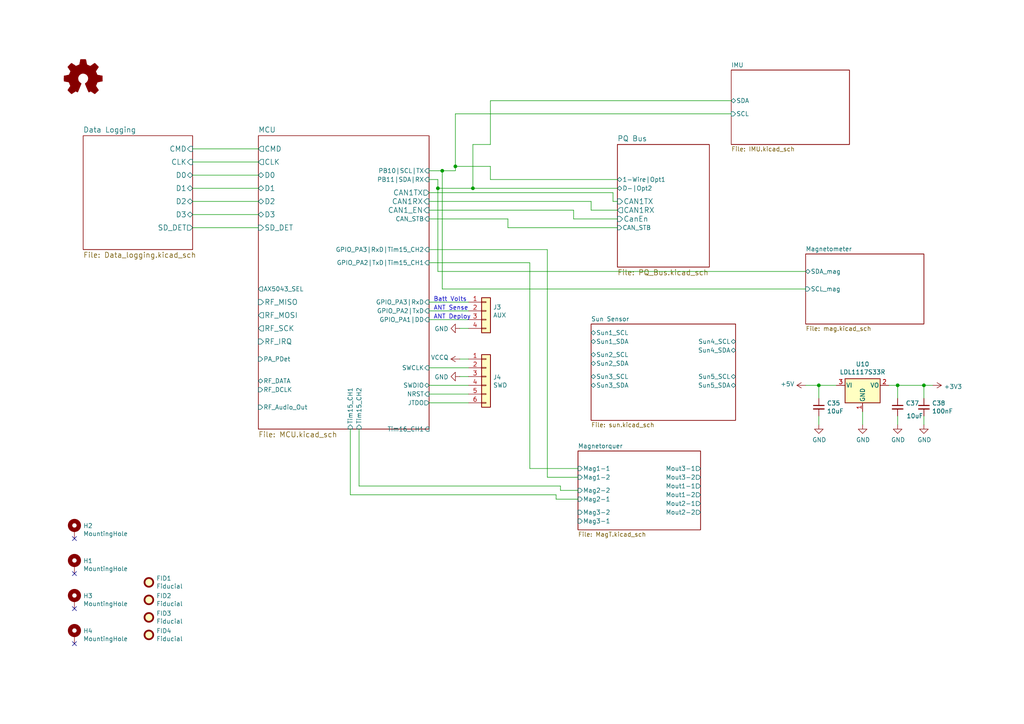
<source format=kicad_sch>
(kicad_sch (version 20230121) (generator eeschema)

  (uuid 42c40d7d-71af-4ce9-bac9-d638f259c957)

  (paper "A4")

  (lib_symbols
    (symbol "Connector_Generic:Conn_01x04" (pin_names (offset 1.016) hide) (in_bom yes) (on_board yes)
      (property "Reference" "J" (at 0 5.08 0)
        (effects (font (size 1.27 1.27)))
      )
      (property "Value" "Conn_01x04" (at 0 -7.62 0)
        (effects (font (size 1.27 1.27)))
      )
      (property "Footprint" "" (at 0 0 0)
        (effects (font (size 1.27 1.27)) hide)
      )
      (property "Datasheet" "~" (at 0 0 0)
        (effects (font (size 1.27 1.27)) hide)
      )
      (property "ki_keywords" "connector" (at 0 0 0)
        (effects (font (size 1.27 1.27)) hide)
      )
      (property "ki_description" "Generic connector, single row, 01x04, script generated (kicad-library-utils/schlib/autogen/connector/)" (at 0 0 0)
        (effects (font (size 1.27 1.27)) hide)
      )
      (property "ki_fp_filters" "Connector*:*_1x??_*" (at 0 0 0)
        (effects (font (size 1.27 1.27)) hide)
      )
      (symbol "Conn_01x04_1_1"
        (rectangle (start -1.27 -4.953) (end 0 -5.207)
          (stroke (width 0.1524) (type default))
          (fill (type none))
        )
        (rectangle (start -1.27 -2.413) (end 0 -2.667)
          (stroke (width 0.1524) (type default))
          (fill (type none))
        )
        (rectangle (start -1.27 0.127) (end 0 -0.127)
          (stroke (width 0.1524) (type default))
          (fill (type none))
        )
        (rectangle (start -1.27 2.667) (end 0 2.413)
          (stroke (width 0.1524) (type default))
          (fill (type none))
        )
        (rectangle (start -1.27 3.81) (end 1.27 -6.35)
          (stroke (width 0.254) (type default))
          (fill (type background))
        )
        (pin passive line (at -5.08 2.54 0) (length 3.81)
          (name "Pin_1" (effects (font (size 1.27 1.27))))
          (number "1" (effects (font (size 1.27 1.27))))
        )
        (pin passive line (at -5.08 0 0) (length 3.81)
          (name "Pin_2" (effects (font (size 1.27 1.27))))
          (number "2" (effects (font (size 1.27 1.27))))
        )
        (pin passive line (at -5.08 -2.54 0) (length 3.81)
          (name "Pin_3" (effects (font (size 1.27 1.27))))
          (number "3" (effects (font (size 1.27 1.27))))
        )
        (pin passive line (at -5.08 -5.08 0) (length 3.81)
          (name "Pin_4" (effects (font (size 1.27 1.27))))
          (number "4" (effects (font (size 1.27 1.27))))
        )
      )
    )
    (symbol "Connector_Generic:Conn_01x06" (pin_names (offset 1.016) hide) (in_bom yes) (on_board yes)
      (property "Reference" "J" (at 0 7.62 0)
        (effects (font (size 1.27 1.27)))
      )
      (property "Value" "Conn_01x06" (at 0 -10.16 0)
        (effects (font (size 1.27 1.27)))
      )
      (property "Footprint" "" (at 0 0 0)
        (effects (font (size 1.27 1.27)) hide)
      )
      (property "Datasheet" "~" (at 0 0 0)
        (effects (font (size 1.27 1.27)) hide)
      )
      (property "ki_keywords" "connector" (at 0 0 0)
        (effects (font (size 1.27 1.27)) hide)
      )
      (property "ki_description" "Generic connector, single row, 01x06, script generated (kicad-library-utils/schlib/autogen/connector/)" (at 0 0 0)
        (effects (font (size 1.27 1.27)) hide)
      )
      (property "ki_fp_filters" "Connector*:*_1x??_*" (at 0 0 0)
        (effects (font (size 1.27 1.27)) hide)
      )
      (symbol "Conn_01x06_1_1"
        (rectangle (start -1.27 -7.493) (end 0 -7.747)
          (stroke (width 0.1524) (type default))
          (fill (type none))
        )
        (rectangle (start -1.27 -4.953) (end 0 -5.207)
          (stroke (width 0.1524) (type default))
          (fill (type none))
        )
        (rectangle (start -1.27 -2.413) (end 0 -2.667)
          (stroke (width 0.1524) (type default))
          (fill (type none))
        )
        (rectangle (start -1.27 0.127) (end 0 -0.127)
          (stroke (width 0.1524) (type default))
          (fill (type none))
        )
        (rectangle (start -1.27 2.667) (end 0 2.413)
          (stroke (width 0.1524) (type default))
          (fill (type none))
        )
        (rectangle (start -1.27 5.207) (end 0 4.953)
          (stroke (width 0.1524) (type default))
          (fill (type none))
        )
        (rectangle (start -1.27 6.35) (end 1.27 -8.89)
          (stroke (width 0.254) (type default))
          (fill (type background))
        )
        (pin passive line (at -5.08 5.08 0) (length 3.81)
          (name "Pin_1" (effects (font (size 1.27 1.27))))
          (number "1" (effects (font (size 1.27 1.27))))
        )
        (pin passive line (at -5.08 2.54 0) (length 3.81)
          (name "Pin_2" (effects (font (size 1.27 1.27))))
          (number "2" (effects (font (size 1.27 1.27))))
        )
        (pin passive line (at -5.08 0 0) (length 3.81)
          (name "Pin_3" (effects (font (size 1.27 1.27))))
          (number "3" (effects (font (size 1.27 1.27))))
        )
        (pin passive line (at -5.08 -2.54 0) (length 3.81)
          (name "Pin_4" (effects (font (size 1.27 1.27))))
          (number "4" (effects (font (size 1.27 1.27))))
        )
        (pin passive line (at -5.08 -5.08 0) (length 3.81)
          (name "Pin_5" (effects (font (size 1.27 1.27))))
          (number "5" (effects (font (size 1.27 1.27))))
        )
        (pin passive line (at -5.08 -7.62 0) (length 3.81)
          (name "Pin_6" (effects (font (size 1.27 1.27))))
          (number "6" (effects (font (size 1.27 1.27))))
        )
      )
    )
    (symbol "Device:C_Small" (pin_numbers hide) (pin_names (offset 0.254) hide) (in_bom yes) (on_board yes)
      (property "Reference" "C" (at 0.254 1.778 0)
        (effects (font (size 1.27 1.27)) (justify left))
      )
      (property "Value" "C_Small" (at 0.254 -2.032 0)
        (effects (font (size 1.27 1.27)) (justify left))
      )
      (property "Footprint" "" (at 0 0 0)
        (effects (font (size 1.27 1.27)) hide)
      )
      (property "Datasheet" "~" (at 0 0 0)
        (effects (font (size 1.27 1.27)) hide)
      )
      (property "ki_keywords" "capacitor cap" (at 0 0 0)
        (effects (font (size 1.27 1.27)) hide)
      )
      (property "ki_description" "Unpolarized capacitor, small symbol" (at 0 0 0)
        (effects (font (size 1.27 1.27)) hide)
      )
      (property "ki_fp_filters" "C_*" (at 0 0 0)
        (effects (font (size 1.27 1.27)) hide)
      )
      (symbol "C_Small_0_1"
        (polyline
          (pts
            (xy -1.524 -0.508)
            (xy 1.524 -0.508)
          )
          (stroke (width 0.3302) (type default))
          (fill (type none))
        )
        (polyline
          (pts
            (xy -1.524 0.508)
            (xy 1.524 0.508)
          )
          (stroke (width 0.3048) (type default))
          (fill (type none))
        )
      )
      (symbol "C_Small_1_1"
        (pin passive line (at 0 2.54 270) (length 2.032)
          (name "~" (effects (font (size 1.27 1.27))))
          (number "1" (effects (font (size 1.27 1.27))))
        )
        (pin passive line (at 0 -2.54 90) (length 2.032)
          (name "~" (effects (font (size 1.27 1.27))))
          (number "2" (effects (font (size 1.27 1.27))))
        )
      )
    )
    (symbol "Graphic:Logo_Open_Hardware_Small" (pin_names (offset 1.016)) (in_bom yes) (on_board yes)
      (property "Reference" "#LOGO" (at 0 6.985 0)
        (effects (font (size 1.27 1.27)) hide)
      )
      (property "Value" "Logo_Open_Hardware_Small" (at 0 -5.715 0)
        (effects (font (size 1.27 1.27)) hide)
      )
      (property "Footprint" "" (at 0 0 0)
        (effects (font (size 1.27 1.27)) hide)
      )
      (property "Datasheet" "~" (at 0 0 0)
        (effects (font (size 1.27 1.27)) hide)
      )
      (property "ki_keywords" "Logo" (at 0 0 0)
        (effects (font (size 1.27 1.27)) hide)
      )
      (property "ki_description" "Open Hardware logo, small" (at 0 0 0)
        (effects (font (size 1.27 1.27)) hide)
      )
      (symbol "Logo_Open_Hardware_Small_0_1"
        (polyline
          (pts
            (xy 3.3528 -4.3434)
            (xy 3.302 -4.318)
            (xy 3.175 -4.2418)
            (xy 2.9972 -4.1148)
            (xy 2.7686 -3.9624)
            (xy 2.54 -3.81)
            (xy 2.3622 -3.7084)
            (xy 2.2352 -3.6068)
            (xy 2.1844 -3.5814)
            (xy 2.159 -3.6068)
            (xy 2.0574 -3.6576)
            (xy 1.905 -3.7338)
            (xy 1.8034 -3.7846)
            (xy 1.6764 -3.8354)
            (xy 1.6002 -3.8354)
            (xy 1.6002 -3.8354)
            (xy 1.5494 -3.7338)
            (xy 1.4732 -3.5306)
            (xy 1.3462 -3.302)
            (xy 1.2446 -3.0226)
            (xy 1.1176 -2.7178)
            (xy 0.9652 -2.413)
            (xy 0.8636 -2.1082)
            (xy 0.7366 -1.8288)
            (xy 0.6604 -1.6256)
            (xy 0.6096 -1.4732)
            (xy 0.5842 -1.397)
            (xy 0.5842 -1.397)
            (xy 0.6604 -1.3208)
            (xy 0.7874 -1.2446)
            (xy 1.0414 -1.016)
            (xy 1.2954 -0.6858)
            (xy 1.4478 -0.3302)
            (xy 1.524 0.0762)
            (xy 1.4732 0.4572)
            (xy 1.3208 0.8128)
            (xy 1.0668 1.143)
            (xy 0.762 1.3716)
            (xy 0.4064 1.524)
            (xy 0 1.5748)
            (xy -0.381 1.5494)
            (xy -0.7366 1.397)
            (xy -1.0668 1.143)
            (xy -1.2192 0.9906)
            (xy -1.397 0.6604)
            (xy -1.524 0.3048)
            (xy -1.524 0.2286)
            (xy -1.4986 -0.1778)
            (xy -1.397 -0.5334)
            (xy -1.1938 -0.8636)
            (xy -0.9144 -1.143)
            (xy -0.8636 -1.1684)
            (xy -0.7366 -1.27)
            (xy -0.635 -1.3462)
            (xy -0.5842 -1.397)
            (xy -1.0668 -2.5908)
            (xy -1.143 -2.794)
            (xy -1.2954 -3.1242)
            (xy -1.397 -3.4036)
            (xy -1.4986 -3.6322)
            (xy -1.5748 -3.7846)
            (xy -1.6002 -3.8354)
            (xy -1.6002 -3.8354)
            (xy -1.651 -3.8354)
            (xy -1.7272 -3.81)
            (xy -1.905 -3.7338)
            (xy -2.0066 -3.683)
            (xy -2.1336 -3.6068)
            (xy -2.2098 -3.5814)
            (xy -2.2606 -3.6068)
            (xy -2.3622 -3.683)
            (xy -2.54 -3.81)
            (xy -2.7686 -3.9624)
            (xy -2.9718 -4.0894)
            (xy -3.1496 -4.2164)
            (xy -3.302 -4.318)
            (xy -3.3528 -4.3434)
            (xy -3.3782 -4.3434)
            (xy -3.429 -4.318)
            (xy -3.5306 -4.2164)
            (xy -3.7084 -4.064)
            (xy -3.937 -3.8354)
            (xy -3.9624 -3.81)
            (xy -4.1656 -3.6068)
            (xy -4.318 -3.4544)
            (xy -4.4196 -3.3274)
            (xy -4.445 -3.2766)
            (xy -4.445 -3.2766)
            (xy -4.4196 -3.2258)
            (xy -4.318 -3.0734)
            (xy -4.2164 -2.8956)
            (xy -4.064 -2.667)
            (xy -3.6576 -2.0828)
            (xy -3.8862 -1.5494)
            (xy -3.937 -1.3716)
            (xy -4.0386 -1.1684)
            (xy -4.0894 -1.0414)
            (xy -4.1148 -0.9652)
            (xy -4.191 -0.9398)
            (xy -4.318 -0.9144)
            (xy -4.5466 -0.8636)
            (xy -4.8006 -0.8128)
            (xy -5.0546 -0.7874)
            (xy -5.2578 -0.7366)
            (xy -5.4356 -0.7112)
            (xy -5.5118 -0.6858)
            (xy -5.5118 -0.6858)
            (xy -5.5372 -0.635)
            (xy -5.5372 -0.5588)
            (xy -5.5372 -0.4318)
            (xy -5.5626 -0.2286)
            (xy -5.5626 0.0762)
            (xy -5.5626 0.127)
            (xy -5.5372 0.4064)
            (xy -5.5372 0.635)
            (xy -5.5372 0.762)
            (xy -5.5372 0.8382)
            (xy -5.5372 0.8382)
            (xy -5.461 0.8382)
            (xy -5.3086 0.889)
            (xy -5.08 0.9144)
            (xy -4.826 0.9652)
            (xy -4.8006 0.9906)
            (xy -4.5466 1.0414)
            (xy -4.318 1.0668)
            (xy -4.1656 1.1176)
            (xy -4.0894 1.143)
            (xy -4.0894 1.143)
            (xy -4.0386 1.2446)
            (xy -3.9624 1.4224)
            (xy -3.8608 1.6256)
            (xy -3.7846 1.8288)
            (xy -3.7084 2.0066)
            (xy -3.6576 2.159)
            (xy -3.6322 2.2098)
            (xy -3.6322 2.2098)
            (xy -3.683 2.286)
            (xy -3.7592 2.413)
            (xy -3.8862 2.5908)
            (xy -4.064 2.8194)
            (xy -4.064 2.8448)
            (xy -4.2164 3.0734)
            (xy -4.3434 3.2512)
            (xy -4.4196 3.3782)
            (xy -4.445 3.4544)
            (xy -4.445 3.4544)
            (xy -4.3942 3.5052)
            (xy -4.2926 3.6322)
            (xy -4.1148 3.81)
            (xy -3.937 4.0132)
            (xy -3.8608 4.064)
            (xy -3.6576 4.2926)
            (xy -3.5052 4.4196)
            (xy -3.4036 4.4958)
            (xy -3.3528 4.5212)
            (xy -3.3528 4.5212)
            (xy -3.302 4.4704)
            (xy -3.1496 4.3688)
            (xy -2.9718 4.2418)
            (xy -2.7432 4.0894)
            (xy -2.7178 4.0894)
            (xy -2.4892 3.937)
            (xy -2.3114 3.81)
            (xy -2.1844 3.7084)
            (xy -2.1336 3.683)
            (xy -2.1082 3.683)
            (xy -2.032 3.7084)
            (xy -1.8542 3.7592)
            (xy -1.6764 3.8354)
            (xy -1.4732 3.937)
            (xy -1.27 4.0132)
            (xy -1.143 4.064)
            (xy -1.0668 4.1148)
            (xy -1.0668 4.1148)
            (xy -1.0414 4.191)
            (xy -1.016 4.3434)
            (xy -0.9652 4.572)
            (xy -0.9144 4.8514)
            (xy -0.889 4.9022)
            (xy -0.8382 5.1562)
            (xy -0.8128 5.3848)
            (xy -0.7874 5.5372)
            (xy -0.762 5.588)
            (xy -0.7112 5.6134)
            (xy -0.5842 5.6134)
            (xy -0.4064 5.6134)
            (xy -0.1524 5.6134)
            (xy 0.0762 5.6134)
            (xy 0.3302 5.6134)
            (xy 0.5334 5.6134)
            (xy 0.6858 5.588)
            (xy 0.7366 5.588)
            (xy 0.7366 5.588)
            (xy 0.762 5.5118)
            (xy 0.8128 5.334)
            (xy 0.8382 5.1054)
            (xy 0.9144 4.826)
            (xy 0.9144 4.7752)
            (xy 0.9652 4.5212)
            (xy 1.016 4.2926)
            (xy 1.0414 4.1402)
            (xy 1.0668 4.0894)
            (xy 1.0668 4.0894)
            (xy 1.1938 4.0386)
            (xy 1.3716 3.9624)
            (xy 1.5748 3.8608)
            (xy 2.0828 3.6576)
            (xy 2.7178 4.0894)
            (xy 2.7686 4.1402)
            (xy 2.9972 4.2926)
            (xy 3.175 4.4196)
            (xy 3.302 4.4958)
            (xy 3.3782 4.5212)
            (xy 3.3782 4.5212)
            (xy 3.429 4.4704)
            (xy 3.556 4.3434)
            (xy 3.7338 4.191)
            (xy 3.9116 3.9878)
            (xy 4.064 3.8354)
            (xy 4.2418 3.6576)
            (xy 4.3434 3.556)
            (xy 4.4196 3.4798)
            (xy 4.4196 3.429)
            (xy 4.4196 3.4036)
            (xy 4.3942 3.3274)
            (xy 4.2926 3.2004)
            (xy 4.1656 2.9972)
            (xy 4.0132 2.794)
            (xy 3.8862 2.5908)
            (xy 3.7592 2.3876)
            (xy 3.6576 2.2352)
            (xy 3.6322 2.159)
            (xy 3.6322 2.1336)
            (xy 3.683 2.0066)
            (xy 3.7592 1.8288)
            (xy 3.8608 1.6002)
            (xy 4.064 1.1176)
            (xy 4.3942 1.0414)
            (xy 4.5974 1.016)
            (xy 4.8768 0.9652)
            (xy 5.1308 0.9144)
            (xy 5.5372 0.8382)
            (xy 5.5626 -0.6604)
            (xy 5.4864 -0.6858)
            (xy 5.4356 -0.6858)
            (xy 5.2832 -0.7366)
            (xy 5.0546 -0.762)
            (xy 4.8006 -0.8128)
            (xy 4.5974 -0.8636)
            (xy 4.3688 -0.9144)
            (xy 4.2164 -0.9398)
            (xy 4.1402 -0.9398)
            (xy 4.1148 -0.9652)
            (xy 4.064 -1.0668)
            (xy 3.9878 -1.2446)
            (xy 3.9116 -1.4478)
            (xy 3.81 -1.651)
            (xy 3.7338 -1.8542)
            (xy 3.683 -2.0066)
            (xy 3.6576 -2.0828)
            (xy 3.683 -2.1336)
            (xy 3.7846 -2.2606)
            (xy 3.8862 -2.4638)
            (xy 4.0386 -2.667)
            (xy 4.191 -2.8956)
            (xy 4.318 -3.0734)
            (xy 4.3942 -3.2004)
            (xy 4.445 -3.2766)
            (xy 4.4196 -3.3274)
            (xy 4.3434 -3.429)
            (xy 4.1656 -3.5814)
            (xy 3.937 -3.8354)
            (xy 3.8862 -3.8608)
            (xy 3.683 -4.064)
            (xy 3.5306 -4.2164)
            (xy 3.4036 -4.318)
            (xy 3.3528 -4.3434)
          )
          (stroke (width 0) (type default))
          (fill (type outline))
        )
      )
    )
    (symbol "Mechanical:Fiducial" (in_bom yes) (on_board yes)
      (property "Reference" "FID" (at 0 5.08 0)
        (effects (font (size 1.27 1.27)))
      )
      (property "Value" "Fiducial" (at 0 3.175 0)
        (effects (font (size 1.27 1.27)))
      )
      (property "Footprint" "" (at 0 0 0)
        (effects (font (size 1.27 1.27)) hide)
      )
      (property "Datasheet" "~" (at 0 0 0)
        (effects (font (size 1.27 1.27)) hide)
      )
      (property "ki_keywords" "fiducial marker" (at 0 0 0)
        (effects (font (size 1.27 1.27)) hide)
      )
      (property "ki_description" "Fiducial Marker" (at 0 0 0)
        (effects (font (size 1.27 1.27)) hide)
      )
      (property "ki_fp_filters" "Fiducial*" (at 0 0 0)
        (effects (font (size 1.27 1.27)) hide)
      )
      (symbol "Fiducial_0_1"
        (circle (center 0 0) (radius 1.27)
          (stroke (width 0.508) (type default))
          (fill (type background))
        )
      )
    )
    (symbol "Mechanical:MountingHole_Pad" (pin_numbers hide) (pin_names (offset 1.016) hide) (in_bom yes) (on_board yes)
      (property "Reference" "H" (at 0 6.35 0)
        (effects (font (size 1.27 1.27)))
      )
      (property "Value" "MountingHole_Pad" (at 0 4.445 0)
        (effects (font (size 1.27 1.27)))
      )
      (property "Footprint" "" (at 0 0 0)
        (effects (font (size 1.27 1.27)) hide)
      )
      (property "Datasheet" "~" (at 0 0 0)
        (effects (font (size 1.27 1.27)) hide)
      )
      (property "ki_keywords" "mounting hole" (at 0 0 0)
        (effects (font (size 1.27 1.27)) hide)
      )
      (property "ki_description" "Mounting Hole with connection" (at 0 0 0)
        (effects (font (size 1.27 1.27)) hide)
      )
      (property "ki_fp_filters" "MountingHole*Pad*" (at 0 0 0)
        (effects (font (size 1.27 1.27)) hide)
      )
      (symbol "MountingHole_Pad_0_1"
        (circle (center 0 1.27) (radius 1.27)
          (stroke (width 1.27) (type default))
          (fill (type none))
        )
      )
      (symbol "MountingHole_Pad_1_1"
        (pin input line (at 0 -2.54 90) (length 2.54)
          (name "1" (effects (font (size 1.27 1.27))))
          (number "1" (effects (font (size 1.27 1.27))))
        )
      )
    )
    (symbol "Regulator_Linear:LM1117-3.3" (pin_names (offset 0.254)) (in_bom yes) (on_board yes)
      (property "Reference" "U" (at -3.81 3.175 0)
        (effects (font (size 1.27 1.27)))
      )
      (property "Value" "LM1117-3.3" (at 0 3.175 0)
        (effects (font (size 1.27 1.27)) (justify left))
      )
      (property "Footprint" "" (at 0 0 0)
        (effects (font (size 1.27 1.27)) hide)
      )
      (property "Datasheet" "http://www.ti.com/lit/ds/symlink/lm1117.pdf" (at 0 0 0)
        (effects (font (size 1.27 1.27)) hide)
      )
      (property "ki_keywords" "linear regulator ldo fixed positive" (at 0 0 0)
        (effects (font (size 1.27 1.27)) hide)
      )
      (property "ki_description" "800mA Low-Dropout Linear Regulator, 3.3V fixed output, TO-220/TO-252/TO-263/SOT-223" (at 0 0 0)
        (effects (font (size 1.27 1.27)) hide)
      )
      (property "ki_fp_filters" "SOT?223* TO?263* TO?252* TO?220*" (at 0 0 0)
        (effects (font (size 1.27 1.27)) hide)
      )
      (symbol "LM1117-3.3_0_1"
        (rectangle (start -5.08 -5.08) (end 5.08 1.905)
          (stroke (width 0.254) (type default))
          (fill (type background))
        )
      )
      (symbol "LM1117-3.3_1_1"
        (pin power_in line (at 0 -7.62 90) (length 2.54)
          (name "GND" (effects (font (size 1.27 1.27))))
          (number "1" (effects (font (size 1.27 1.27))))
        )
        (pin power_out line (at 7.62 0 180) (length 2.54)
          (name "VO" (effects (font (size 1.27 1.27))))
          (number "2" (effects (font (size 1.27 1.27))))
        )
        (pin power_in line (at -7.62 0 0) (length 2.54)
          (name "VI" (effects (font (size 1.27 1.27))))
          (number "3" (effects (font (size 1.27 1.27))))
        )
      )
    )
    (symbol "power:+3.3V" (power) (pin_names (offset 0)) (in_bom yes) (on_board yes)
      (property "Reference" "#PWR" (at 0 -3.81 0)
        (effects (font (size 1.27 1.27)) hide)
      )
      (property "Value" "+3.3V" (at 0 3.556 0)
        (effects (font (size 1.27 1.27)))
      )
      (property "Footprint" "" (at 0 0 0)
        (effects (font (size 1.27 1.27)) hide)
      )
      (property "Datasheet" "" (at 0 0 0)
        (effects (font (size 1.27 1.27)) hide)
      )
      (property "ki_keywords" "power-flag" (at 0 0 0)
        (effects (font (size 1.27 1.27)) hide)
      )
      (property "ki_description" "Power symbol creates a global label with name \"+3.3V\"" (at 0 0 0)
        (effects (font (size 1.27 1.27)) hide)
      )
      (symbol "+3.3V_0_1"
        (polyline
          (pts
            (xy -0.762 1.27)
            (xy 0 2.54)
          )
          (stroke (width 0) (type default))
          (fill (type none))
        )
        (polyline
          (pts
            (xy 0 0)
            (xy 0 2.54)
          )
          (stroke (width 0) (type default))
          (fill (type none))
        )
        (polyline
          (pts
            (xy 0 2.54)
            (xy 0.762 1.27)
          )
          (stroke (width 0) (type default))
          (fill (type none))
        )
      )
      (symbol "+3.3V_1_1"
        (pin power_in line (at 0 0 90) (length 0) hide
          (name "+3V3" (effects (font (size 1.27 1.27))))
          (number "1" (effects (font (size 1.27 1.27))))
        )
      )
    )
    (symbol "power:+5V" (power) (pin_names (offset 0)) (in_bom yes) (on_board yes)
      (property "Reference" "#PWR" (at 0 -3.81 0)
        (effects (font (size 1.27 1.27)) hide)
      )
      (property "Value" "+5V" (at 0 3.556 0)
        (effects (font (size 1.27 1.27)))
      )
      (property "Footprint" "" (at 0 0 0)
        (effects (font (size 1.27 1.27)) hide)
      )
      (property "Datasheet" "" (at 0 0 0)
        (effects (font (size 1.27 1.27)) hide)
      )
      (property "ki_keywords" "power-flag" (at 0 0 0)
        (effects (font (size 1.27 1.27)) hide)
      )
      (property "ki_description" "Power symbol creates a global label with name \"+5V\"" (at 0 0 0)
        (effects (font (size 1.27 1.27)) hide)
      )
      (symbol "+5V_0_1"
        (polyline
          (pts
            (xy -0.762 1.27)
            (xy 0 2.54)
          )
          (stroke (width 0) (type default))
          (fill (type none))
        )
        (polyline
          (pts
            (xy 0 0)
            (xy 0 2.54)
          )
          (stroke (width 0) (type default))
          (fill (type none))
        )
        (polyline
          (pts
            (xy 0 2.54)
            (xy 0.762 1.27)
          )
          (stroke (width 0) (type default))
          (fill (type none))
        )
      )
      (symbol "+5V_1_1"
        (pin power_in line (at 0 0 90) (length 0) hide
          (name "+5V" (effects (font (size 1.27 1.27))))
          (number "1" (effects (font (size 1.27 1.27))))
        )
      )
    )
    (symbol "power:GND" (power) (pin_names (offset 0)) (in_bom yes) (on_board yes)
      (property "Reference" "#PWR" (at 0 -6.35 0)
        (effects (font (size 1.27 1.27)) hide)
      )
      (property "Value" "GND" (at 0 -3.81 0)
        (effects (font (size 1.27 1.27)))
      )
      (property "Footprint" "" (at 0 0 0)
        (effects (font (size 1.27 1.27)) hide)
      )
      (property "Datasheet" "" (at 0 0 0)
        (effects (font (size 1.27 1.27)) hide)
      )
      (property "ki_keywords" "power-flag" (at 0 0 0)
        (effects (font (size 1.27 1.27)) hide)
      )
      (property "ki_description" "Power symbol creates a global label with name \"GND\" , ground" (at 0 0 0)
        (effects (font (size 1.27 1.27)) hide)
      )
      (symbol "GND_0_1"
        (polyline
          (pts
            (xy 0 0)
            (xy 0 -1.27)
            (xy 1.27 -1.27)
            (xy 0 -2.54)
            (xy -1.27 -1.27)
            (xy 0 -1.27)
          )
          (stroke (width 0) (type default))
          (fill (type none))
        )
      )
      (symbol "GND_1_1"
        (pin power_in line (at 0 0 270) (length 0) hide
          (name "GND" (effects (font (size 1.27 1.27))))
          (number "1" (effects (font (size 1.27 1.27))))
        )
      )
    )
    (symbol "power:VCCQ" (power) (pin_names (offset 0)) (in_bom yes) (on_board yes)
      (property "Reference" "#PWR" (at 0 -3.81 0)
        (effects (font (size 1.27 1.27)) hide)
      )
      (property "Value" "VCCQ" (at 0 3.81 0)
        (effects (font (size 1.27 1.27)))
      )
      (property "Footprint" "" (at 0 0 0)
        (effects (font (size 1.27 1.27)) hide)
      )
      (property "Datasheet" "" (at 0 0 0)
        (effects (font (size 1.27 1.27)) hide)
      )
      (property "ki_keywords" "power-flag" (at 0 0 0)
        (effects (font (size 1.27 1.27)) hide)
      )
      (property "ki_description" "Power symbol creates a global label with name \"VCCQ\"" (at 0 0 0)
        (effects (font (size 1.27 1.27)) hide)
      )
      (symbol "VCCQ_0_1"
        (polyline
          (pts
            (xy -0.762 1.27)
            (xy 0 2.54)
          )
          (stroke (width 0) (type default))
          (fill (type none))
        )
        (polyline
          (pts
            (xy 0 0)
            (xy 0 2.54)
          )
          (stroke (width 0) (type default))
          (fill (type none))
        )
        (polyline
          (pts
            (xy 0 2.54)
            (xy 0.762 1.27)
          )
          (stroke (width 0) (type default))
          (fill (type none))
        )
      )
      (symbol "VCCQ_1_1"
        (pin power_in line (at 0 0 90) (length 0) hide
          (name "VCCQ" (effects (font (size 1.27 1.27))))
          (number "1" (effects (font (size 1.27 1.27))))
        )
      )
    )
  )

  (junction (at 128.27 49.53) (diameter 0) (color 0 0 0 0)
    (uuid 4ed587ba-1d0a-400c-9839-0ecb356a98e9)
  )
  (junction (at 260.35 111.76) (diameter 0) (color 0 0 0 0)
    (uuid 71b2d736-65b1-4f66-9853-c8a959771819)
  )
  (junction (at 127 54.61) (diameter 0) (color 0 0 0 0)
    (uuid 8a09201a-4e69-4736-b57c-005900687355)
  )
  (junction (at 237.49 111.76) (diameter 0) (color 0 0 0 0)
    (uuid 92956a75-4292-4e68-ac53-1cd4f8e489ce)
  )
  (junction (at 267.97 111.76) (diameter 0) (color 0 0 0 0)
    (uuid 95a5da8c-f115-4392-ab40-1ed4e8ba026a)
  )
  (junction (at 132.08 48.26) (diameter 0) (color 0 0 0 0)
    (uuid bb91f1a7-72b6-4829-b9b7-0edce9b6142a)
  )
  (junction (at 137.16 54.61) (diameter 0) (color 0 0 0 0)
    (uuid bcc0a1ee-8e06-4d38-8f87-32bd550597ab)
  )

  (no_connect (at 21.59 166.37) (uuid 261eb779-c1c8-4cea-9fba-280a67c89b40))
  (no_connect (at 21.59 176.53) (uuid 2cf89479-d94b-4082-b4bd-f60d146ccff0))
  (no_connect (at 21.59 186.69) (uuid 2cf89479-d94b-4082-b4bd-f60d146ccff1))
  (no_connect (at 21.59 156.21) (uuid c9b398dd-c820-490f-afc0-f9123254e05f))

  (wire (pts (xy 104.14 124.46) (xy 104.14 140.97))
    (stroke (width 0) (type default))
    (uuid 0109b530-89ad-45ae-b88b-e29ba2b93de9)
  )
  (wire (pts (xy 135.89 106.68) (xy 124.46 106.68))
    (stroke (width 0) (type default))
    (uuid 0beb080e-f0ff-4c76-a492-08fc16a3cc27)
  )
  (wire (pts (xy 132.08 33.02) (xy 132.08 48.26))
    (stroke (width 0) (type default))
    (uuid 136b40c4-99bb-4fa5-851c-b172fd4f64dd)
  )
  (wire (pts (xy 101.6 124.46) (xy 101.6 143.51))
    (stroke (width 0) (type default))
    (uuid 14ed2c3e-9b33-4e08-9079-64d5f106eee0)
  )
  (wire (pts (xy 237.49 115.57) (xy 237.49 111.76))
    (stroke (width 0) (type default))
    (uuid 163f49c2-60cf-47a3-bcae-83fc8f0cd615)
  )
  (wire (pts (xy 162.56 140.97) (xy 162.56 142.24))
    (stroke (width 0) (type default))
    (uuid 1770d258-b8fb-408e-97f5-dfda0c419c46)
  )
  (wire (pts (xy 142.24 29.21) (xy 212.09 29.21))
    (stroke (width 0) (type default))
    (uuid 1ccc3439-bdd2-405a-9e7d-2106cfddf222)
  )
  (wire (pts (xy 250.19 119.38) (xy 250.19 123.19))
    (stroke (width 0) (type default))
    (uuid 2096ace2-93f4-416d-8a0c-50f43c0301e4)
  )
  (wire (pts (xy 135.89 90.17) (xy 124.46 90.17))
    (stroke (width 0) (type default))
    (uuid 23673afe-f327-42ca-99ec-c8677dadf98d)
  )
  (wire (pts (xy 104.14 140.97) (xy 162.56 140.97))
    (stroke (width 0) (type default))
    (uuid 2500950c-964d-4f2a-8733-597c1d9ac430)
  )
  (wire (pts (xy 55.88 50.8) (xy 74.93 50.8))
    (stroke (width 0) (type default))
    (uuid 279954eb-3a72-4bb6-ae0b-d7da4b77290f)
  )
  (wire (pts (xy 124.46 87.63) (xy 135.89 87.63))
    (stroke (width 0) (type default))
    (uuid 3161ea4c-1b13-4956-a99c-4d0390b6efa0)
  )
  (wire (pts (xy 171.45 58.42) (xy 171.45 60.96))
    (stroke (width 0) (type default))
    (uuid 34913a2b-7010-4242-b351-308c7e0f4a29)
  )
  (wire (pts (xy 127 54.61) (xy 127 78.74))
    (stroke (width 0) (type default))
    (uuid 3526a086-880c-4119-9b16-1d293315f2a6)
  )
  (wire (pts (xy 267.97 111.76) (xy 270.51 111.76))
    (stroke (width 0) (type default))
    (uuid 3526bf93-5654-4db0-a987-4548c9e52e36)
  )
  (wire (pts (xy 161.29 144.78) (xy 167.64 144.78))
    (stroke (width 0) (type default))
    (uuid 385776f1-bfbe-4812-9052-ef9e2148a2b9)
  )
  (wire (pts (xy 233.68 111.76) (xy 237.49 111.76))
    (stroke (width 0) (type default))
    (uuid 388d35ca-1c29-4eac-9eff-d5a0be7f44df)
  )
  (wire (pts (xy 177.8 55.88) (xy 177.8 58.42))
    (stroke (width 0) (type default))
    (uuid 3a0badb4-d903-439d-8e9f-5af35c7a86e7)
  )
  (wire (pts (xy 124.46 111.76) (xy 135.89 111.76))
    (stroke (width 0) (type default))
    (uuid 3c4aa2c1-688d-4bae-98cc-2829c57cab50)
  )
  (wire (pts (xy 237.49 120.65) (xy 237.49 123.19))
    (stroke (width 0) (type default))
    (uuid 3d542ce7-1858-486a-932a-187365c5ab15)
  )
  (wire (pts (xy 153.67 135.89) (xy 153.67 76.2))
    (stroke (width 0) (type default))
    (uuid 3fd63fc7-d80f-40b9-b89b-9ac8021162f9)
  )
  (wire (pts (xy 142.24 52.07) (xy 179.07 52.07))
    (stroke (width 0) (type default))
    (uuid 4519c4fc-7526-4dda-accf-a29ee081c379)
  )
  (wire (pts (xy 158.75 72.39) (xy 124.46 72.39))
    (stroke (width 0) (type default))
    (uuid 48b509e0-6614-48ce-b520-5ae528b857b1)
  )
  (wire (pts (xy 237.49 111.76) (xy 242.57 111.76))
    (stroke (width 0) (type default))
    (uuid 49c9885c-53df-44bb-8b36-ce1f80701501)
  )
  (wire (pts (xy 133.35 109.22) (xy 135.89 109.22))
    (stroke (width 0) (type default))
    (uuid 549ea2e3-bf79-4f39-9fb8-4ddf45f04001)
  )
  (wire (pts (xy 124.46 60.96) (xy 166.37 60.96))
    (stroke (width 0) (type default))
    (uuid 579085a0-3da7-4221-9ff5-6c542b75df6b)
  )
  (wire (pts (xy 135.89 114.3) (xy 124.46 114.3))
    (stroke (width 0) (type default))
    (uuid 58463033-c875-408c-8d76-657dd1756cde)
  )
  (wire (pts (xy 171.45 60.96) (xy 179.07 60.96))
    (stroke (width 0) (type default))
    (uuid 5e63ad9a-8ff8-4be5-b9bd-06ec852169a1)
  )
  (wire (pts (xy 167.64 138.43) (xy 158.75 138.43))
    (stroke (width 0) (type default))
    (uuid 5f8a07be-4e4c-43b6-b7ab-5a7dccc8d4c0)
  )
  (wire (pts (xy 133.35 104.14) (xy 135.89 104.14))
    (stroke (width 0) (type default))
    (uuid 6088e2ca-9161-493c-a30f-45fe48f4132c)
  )
  (wire (pts (xy 55.88 62.23) (xy 74.93 62.23))
    (stroke (width 0) (type default))
    (uuid 65bb3464-5b71-4067-8d4f-755bd5b003ff)
  )
  (wire (pts (xy 267.97 115.57) (xy 267.97 111.76))
    (stroke (width 0) (type default))
    (uuid 677bcc6c-e829-4843-8cd1-9a05c48c08e4)
  )
  (wire (pts (xy 127 52.07) (xy 127 54.61))
    (stroke (width 0) (type default))
    (uuid 68df7996-7df0-4fd0-8425-ad6409c6fb4a)
  )
  (wire (pts (xy 124.46 55.88) (xy 177.8 55.88))
    (stroke (width 0) (type default))
    (uuid 699e47e0-2526-43f7-b8bc-d8a7cce3065c)
  )
  (wire (pts (xy 135.89 116.84) (xy 124.46 116.84))
    (stroke (width 0) (type default))
    (uuid 6a00a845-b6ec-4d91-89df-16e65dece93b)
  )
  (wire (pts (xy 124.46 58.42) (xy 171.45 58.42))
    (stroke (width 0) (type default))
    (uuid 6b970119-2342-4076-b146-166ae1cd1184)
  )
  (wire (pts (xy 74.93 46.99) (xy 55.88 46.99))
    (stroke (width 0) (type default))
    (uuid 6bfab059-d4c6-4cd8-b67f-2586d03aef45)
  )
  (wire (pts (xy 128.27 49.53) (xy 132.08 49.53))
    (stroke (width 0) (type default))
    (uuid 70f80314-60e1-4469-923f-5309c0b9d038)
  )
  (wire (pts (xy 133.35 95.25) (xy 135.89 95.25))
    (stroke (width 0) (type default))
    (uuid 723004af-a71f-4b65-8781-f318f64bf310)
  )
  (wire (pts (xy 124.46 49.53) (xy 128.27 49.53))
    (stroke (width 0) (type default))
    (uuid 75321982-295a-4d7e-87f4-3d4d8a56404d)
  )
  (wire (pts (xy 167.64 135.89) (xy 153.67 135.89))
    (stroke (width 0) (type default))
    (uuid 754f852e-336f-49fd-ae62-f6ed11df99e7)
  )
  (wire (pts (xy 166.37 63.5) (xy 179.07 63.5))
    (stroke (width 0) (type default))
    (uuid 7c4f79f6-4e65-4215-8433-a288a3d5d168)
  )
  (wire (pts (xy 142.24 52.07) (xy 142.24 48.26))
    (stroke (width 0) (type default))
    (uuid 827b97aa-fe03-49d8-9681-266e4ea11f4a)
  )
  (wire (pts (xy 127 52.07) (xy 124.46 52.07))
    (stroke (width 0) (type default))
    (uuid 84200bec-028a-49b9-99a5-d83b8afface9)
  )
  (wire (pts (xy 124.46 76.2) (xy 153.67 76.2))
    (stroke (width 0) (type default))
    (uuid 8bd64de5-a0c8-4150-9415-5da1f7ace1b9)
  )
  (wire (pts (xy 147.32 63.5) (xy 147.32 66.04))
    (stroke (width 0) (type default))
    (uuid 8fcc4b2d-66c5-4728-bf60-94ced4d34cfc)
  )
  (wire (pts (xy 124.46 92.71) (xy 135.89 92.71))
    (stroke (width 0) (type default))
    (uuid 939fdd37-306e-44b8-8937-0237197e9155)
  )
  (wire (pts (xy 257.81 111.76) (xy 260.35 111.76))
    (stroke (width 0) (type default))
    (uuid 942f6448-3c71-4e66-8766-6e1d215a1206)
  )
  (wire (pts (xy 74.93 54.61) (xy 55.88 54.61))
    (stroke (width 0) (type default))
    (uuid 9741e27f-c24d-4e8f-a2b7-1de42f769b2d)
  )
  (wire (pts (xy 260.35 115.57) (xy 260.35 111.76))
    (stroke (width 0) (type default))
    (uuid 97944472-bedd-4ab7-bc95-b2d088821e3f)
  )
  (wire (pts (xy 55.88 43.18) (xy 74.93 43.18))
    (stroke (width 0) (type default))
    (uuid 9a7a1888-989a-4842-941e-d65c97388a88)
  )
  (wire (pts (xy 147.32 63.5) (xy 124.46 63.5))
    (stroke (width 0) (type default))
    (uuid 9dfb4c2e-9860-47f6-8634-62ff34b2f4d5)
  )
  (wire (pts (xy 74.93 58.42) (xy 55.88 58.42))
    (stroke (width 0) (type default))
    (uuid 9e7d7d34-c091-4976-a04e-1f8a812e19c1)
  )
  (wire (pts (xy 162.56 142.24) (xy 167.64 142.24))
    (stroke (width 0) (type default))
    (uuid aa9b3e6e-d81d-48ae-8f4e-aac6ba9b6af6)
  )
  (wire (pts (xy 74.93 66.04) (xy 55.88 66.04))
    (stroke (width 0) (type default))
    (uuid af9cd622-cb7e-4204-b6a1-c92096de08f5)
  )
  (wire (pts (xy 161.29 143.51) (xy 161.29 144.78))
    (stroke (width 0) (type default))
    (uuid b1fcc4b0-2ff5-43a3-bde3-80fb290708c7)
  )
  (wire (pts (xy 142.24 48.26) (xy 132.08 48.26))
    (stroke (width 0) (type default))
    (uuid b44585a5-3b15-4c5c-a05d-fe461d7d5967)
  )
  (wire (pts (xy 137.16 54.61) (xy 179.07 54.61))
    (stroke (width 0) (type default))
    (uuid b49d808e-30fe-44af-962d-60f538200979)
  )
  (wire (pts (xy 233.68 78.74) (xy 127 78.74))
    (stroke (width 0) (type default))
    (uuid b70adaa3-e824-4a79-89d5-fc77d396382a)
  )
  (wire (pts (xy 260.35 111.76) (xy 267.97 111.76))
    (stroke (width 0) (type default))
    (uuid c2fe9933-7ac0-4f92-b1e6-32f7184c3f83)
  )
  (wire (pts (xy 147.32 66.04) (xy 179.07 66.04))
    (stroke (width 0) (type default))
    (uuid c488b761-15f2-4887-b0ca-98c1332895a2)
  )
  (wire (pts (xy 158.75 138.43) (xy 158.75 72.39))
    (stroke (width 0) (type default))
    (uuid c5458007-b58a-4de1-8edb-ba118df5b2e8)
  )
  (wire (pts (xy 267.97 120.65) (xy 267.97 123.19))
    (stroke (width 0) (type default))
    (uuid c863ed39-0a4e-4414-a118-fbbb7aa2b2c0)
  )
  (wire (pts (xy 127 54.61) (xy 137.16 54.61))
    (stroke (width 0) (type default))
    (uuid c9756377-eb41-4eb8-b203-5165c44ac58c)
  )
  (wire (pts (xy 142.24 41.91) (xy 137.16 41.91))
    (stroke (width 0) (type default))
    (uuid c9c096fc-d077-4d14-97e9-e5124edfd191)
  )
  (wire (pts (xy 132.08 33.02) (xy 212.09 33.02))
    (stroke (width 0) (type default))
    (uuid cd6aba7c-c0a4-4475-ad4c-d71b1dfdb413)
  )
  (wire (pts (xy 142.24 29.21) (xy 142.24 41.91))
    (stroke (width 0) (type default))
    (uuid d7f03a74-3896-475b-b1bf-8ea59f68ce20)
  )
  (wire (pts (xy 177.8 58.42) (xy 179.07 58.42))
    (stroke (width 0) (type default))
    (uuid d9fae306-c150-4c09-b475-29f99a69250c)
  )
  (wire (pts (xy 233.68 83.82) (xy 128.27 83.82))
    (stroke (width 0) (type default))
    (uuid e26a439b-a86b-4594-9984-a58ad046f018)
  )
  (wire (pts (xy 132.08 48.26) (xy 132.08 49.53))
    (stroke (width 0) (type default))
    (uuid e5e563dc-86bc-4365-a362-6dcbd9809958)
  )
  (wire (pts (xy 101.6 143.51) (xy 161.29 143.51))
    (stroke (width 0) (type default))
    (uuid ec514ba3-47c9-42c2-a145-e31476a9bff3)
  )
  (wire (pts (xy 260.35 120.65) (xy 260.35 123.19))
    (stroke (width 0) (type default))
    (uuid f1aec6ea-1aaa-4806-b06a-43d77b8972cf)
  )
  (wire (pts (xy 137.16 41.91) (xy 137.16 54.61))
    (stroke (width 0) (type default))
    (uuid f37d34ac-9673-4fd2-bcfe-de903e532e86)
  )
  (wire (pts (xy 166.37 60.96) (xy 166.37 63.5))
    (stroke (width 0) (type default))
    (uuid f5f6a09e-bbc4-46b4-88fa-0139313bfb45)
  )
  (wire (pts (xy 128.27 83.82) (xy 128.27 49.53))
    (stroke (width 0) (type default))
    (uuid f75ebfe5-ebcb-4dc9-b202-155744dfd0ee)
  )

  (text "ANT Deploy" (at 125.73 92.71 0)
    (effects (font (size 1.27 1.27)) (justify left bottom))
    (uuid 36ddd967-cb1a-472f-8521-6d50cb09b41f)
  )
  (text "ANT Sense" (at 125.73 90.17 0)
    (effects (font (size 1.27 1.27)) (justify left bottom))
    (uuid 485ec65c-aa33-47bb-b2b1-ad7e8591642c)
  )
  (text "Batt Volts" (at 125.73 87.63 0)
    (effects (font (size 1.27 1.27)) (justify left bottom))
    (uuid 7dfec372-421f-493e-843a-f0291081f5bc)
  )

  (symbol (lib_id "Connector_Generic:Conn_01x04") (at 140.97 90.17 0) (unit 1)
    (in_bom yes) (on_board yes) (dnp no)
    (uuid 00000000-0000-0000-0000-00005a8765cf)
    (property "Reference" "J3" (at 143.002 89.1032 0)
      (effects (font (size 1.27 1.27)) (justify left))
    )
    (property "Value" "AUX" (at 143.002 91.4146 0)
      (effects (font (size 1.27 1.27)) (justify left))
    )
    (property "Footprint" "Connector_Molex:Molex_PicoBlade_53261-0471_1x04-1MP_P1.25mm_Horizontal" (at 140.97 90.17 0)
      (effects (font (size 1.27 1.27)) hide)
    )
    (property "Datasheet" "~" (at 140.97 90.17 0)
      (effects (font (size 1.27 1.27)) hide)
    )
    (property "Part Number" "SM04B-SRSS-TB" (at -60.96 177.8 0)
      (effects (font (size 1.27 1.27)) hide)
    )
    (pin "1" (uuid e9874c1f-02d7-4db3-a01b-81053c61d3a8))
    (pin "2" (uuid 7beaafa4-7538-480c-b1df-1d705addd43e))
    (pin "3" (uuid 0db007e8-17e7-443f-b51f-3e0fb4311c57))
    (pin "4" (uuid 1b073825-09f4-4b27-9089-23200852e754))
    (instances
      (project "NEW_PCB_ADCS"
        (path "/42c40d7d-71af-4ce9-bac9-d638f259c957"
          (reference "J3") (unit 1)
        )
      )
      (project "pq9ish-main-hw"
        (path "/619b49ed-1bcd-4c84-8c0f-98372f01728f"
          (reference "J3") (unit 1)
        )
      )
    )
  )

  (symbol (lib_id "Connector_Generic:Conn_01x06") (at 140.97 109.22 0) (unit 1)
    (in_bom yes) (on_board yes) (dnp no)
    (uuid 00000000-0000-0000-0000-00005a943331)
    (property "Reference" "J4" (at 143.002 109.4232 0)
      (effects (font (size 1.27 1.27)) (justify left))
    )
    (property "Value" "SWD" (at 143.002 111.7346 0)
      (effects (font (size 1.27 1.27)) (justify left))
    )
    (property "Footprint" "Connector_Molex:Molex_PicoBlade_53261-0671_1x06-1MP_P1.25mm_Horizontal" (at 140.97 109.22 0)
      (effects (font (size 1.27 1.27)) hide)
    )
    (property "Datasheet" "" (at 140.97 109.22 0)
      (effects (font (size 1.27 1.27)) hide)
    )
    (property "Part Number" "SM06B-SRSS-TB" (at -60.96 215.9 0)
      (effects (font (size 1.27 1.27)) hide)
    )
    (pin "1" (uuid c7ff06ca-c7c4-415d-b7e6-790c97e2cc2b))
    (pin "2" (uuid ca7c4930-6502-456e-831a-18c76fdbf5c0))
    (pin "3" (uuid 3693474b-75f8-467a-90aa-a7db848eb0ae))
    (pin "4" (uuid bac8505a-0cdf-4303-a9eb-2cd9d8541b21))
    (pin "5" (uuid 07c6fbe0-9e58-463f-a7e2-58104901a2c0))
    (pin "6" (uuid cf88b829-81c5-43b3-80c6-9c774b1c94a9))
    (instances
      (project "NEW_PCB_ADCS"
        (path "/42c40d7d-71af-4ce9-bac9-d638f259c957"
          (reference "J4") (unit 1)
        )
      )
      (project "pq9ish-main-hw"
        (path "/619b49ed-1bcd-4c84-8c0f-98372f01728f"
          (reference "J4") (unit 1)
        )
      )
    )
  )

  (symbol (lib_id "power:GND") (at 133.35 109.22 270) (unit 1)
    (in_bom yes) (on_board yes) (dnp no)
    (uuid 00000000-0000-0000-0000-00005a945b9f)
    (property "Reference" "#PWR059" (at 127 109.22 0)
      (effects (font (size 1.27 1.27)) hide)
    )
    (property "Value" "GND" (at 130.0988 109.347 90)
      (effects (font (size 1.27 1.27)) (justify right))
    )
    (property "Footprint" "" (at 133.35 109.22 0)
      (effects (font (size 1.27 1.27)) hide)
    )
    (property "Datasheet" "" (at 133.35 109.22 0)
      (effects (font (size 1.27 1.27)) hide)
    )
    (pin "1" (uuid c9c751e7-47cf-45a4-a064-bd917d0bb396))
    (instances
      (project "NEW_PCB_ADCS"
        (path "/42c40d7d-71af-4ce9-bac9-d638f259c957"
          (reference "#PWR059") (unit 1)
        )
      )
      (project "pq9ish-main-hw"
        (path "/619b49ed-1bcd-4c84-8c0f-98372f01728f"
          (reference "#PWR059") (unit 1)
        )
      )
    )
  )

  (symbol (lib_id "power:GND") (at 133.35 95.25 270) (unit 1)
    (in_bom yes) (on_board yes) (dnp no)
    (uuid 00000000-0000-0000-0000-00005ae1b1ac)
    (property "Reference" "#PWR0104" (at 127 95.25 0)
      (effects (font (size 1.27 1.27)) hide)
    )
    (property "Value" "GND" (at 130.0988 95.377 90)
      (effects (font (size 1.27 1.27)) (justify right))
    )
    (property "Footprint" "" (at 133.35 95.25 0)
      (effects (font (size 1.27 1.27)) hide)
    )
    (property "Datasheet" "" (at 133.35 95.25 0)
      (effects (font (size 1.27 1.27)) hide)
    )
    (pin "1" (uuid 6493e1e7-622f-4d20-80b8-9f139a9dc50d))
    (instances
      (project "NEW_PCB_ADCS"
        (path "/42c40d7d-71af-4ce9-bac9-d638f259c957"
          (reference "#PWR0104") (unit 1)
        )
      )
      (project "pq9ish-main-hw"
        (path "/619b49ed-1bcd-4c84-8c0f-98372f01728f"
          (reference "#PWR0104") (unit 1)
        )
      )
    )
  )

  (symbol (lib_id "power:VCCQ") (at 133.35 104.14 90) (unit 1)
    (in_bom yes) (on_board yes) (dnp no)
    (uuid 00000000-0000-0000-0000-00005ce04c56)
    (property "Reference" "#PWR0105" (at 137.16 104.14 0)
      (effects (font (size 1.27 1.27)) hide)
    )
    (property "Value" "VCCQ" (at 130.1242 103.6828 90)
      (effects (font (size 1.27 1.27)) (justify left))
    )
    (property "Footprint" "" (at 133.35 104.14 0)
      (effects (font (size 1.27 1.27)) hide)
    )
    (property "Datasheet" "" (at 133.35 104.14 0)
      (effects (font (size 1.27 1.27)) hide)
    )
    (pin "1" (uuid 9c3da2b2-be6c-4e44-bf7d-0a0ec021e4e2))
    (instances
      (project "NEW_PCB_ADCS"
        (path "/42c40d7d-71af-4ce9-bac9-d638f259c957"
          (reference "#PWR0105") (unit 1)
        )
      )
      (project "pq9ish-main-hw"
        (path "/619b49ed-1bcd-4c84-8c0f-98372f01728f"
          (reference "#PWR0105") (unit 1)
        )
      )
    )
  )

  (symbol (lib_id "Regulator_Linear:LM1117-3.3") (at 250.19 111.76 0) (unit 1)
    (in_bom yes) (on_board yes) (dnp no)
    (uuid 00000000-0000-0000-0000-00005ce6f4f9)
    (property "Reference" "U10" (at 250.19 105.6132 0)
      (effects (font (size 1.27 1.27)))
    )
    (property "Value" "LDL1117S33R" (at 250.19 107.9246 0)
      (effects (font (size 1.27 1.27)))
    )
    (property "Footprint" "Package_TO_SOT_SMD:SOT-223-3_TabPin2" (at 250.19 111.76 0)
      (effects (font (size 1.27 1.27)) hide)
    )
    (property "Datasheet" "http://www.ti.com/lit/ds/symlink/lm1117.pdf" (at 250.19 111.76 0)
      (effects (font (size 1.27 1.27)) hide)
    )
    (property "Part Number" "LDL1117S33R" (at 250.19 111.76 0)
      (effects (font (size 1.27 1.27)) hide)
    )
    (property "Variant" "5V" (at 250.19 111.76 0)
      (effects (font (size 1.27 1.27)) hide)
    )
    (pin "1" (uuid 2288d543-a679-4b33-be27-c7a19f0b1503))
    (pin "2" (uuid f34fcac9-2db3-4183-a089-e04db36e1e7d))
    (pin "3" (uuid 552a152f-8570-4346-a666-b6a5aecf1326))
    (instances
      (project "NEW_PCB_ADCS"
        (path "/42c40d7d-71af-4ce9-bac9-d638f259c957"
          (reference "U10") (unit 1)
        )
      )
      (project "pq9ish-main-hw"
        (path "/619b49ed-1bcd-4c84-8c0f-98372f01728f"
          (reference "U10") (unit 1)
        )
      )
    )
  )

  (symbol (lib_id "power:+5V") (at 233.68 111.76 90) (unit 1)
    (in_bom yes) (on_board yes) (dnp no)
    (uuid 00000000-0000-0000-0000-00005ce70289)
    (property "Reference" "#PWR057" (at 237.49 111.76 0)
      (effects (font (size 1.27 1.27)) hide)
    )
    (property "Value" "+5V" (at 230.4288 111.379 90)
      (effects (font (size 1.27 1.27)) (justify left))
    )
    (property "Footprint" "" (at 233.68 111.76 0)
      (effects (font (size 1.27 1.27)) hide)
    )
    (property "Datasheet" "" (at 233.68 111.76 0)
      (effects (font (size 1.27 1.27)) hide)
    )
    (pin "1" (uuid a071f78d-a34e-4d90-bb49-40a8f4d59694))
    (instances
      (project "NEW_PCB_ADCS"
        (path "/42c40d7d-71af-4ce9-bac9-d638f259c957"
          (reference "#PWR057") (unit 1)
        )
      )
      (project "pq9ish-main-hw"
        (path "/619b49ed-1bcd-4c84-8c0f-98372f01728f"
          (reference "#PWR057") (unit 1)
        )
      )
    )
  )

  (symbol (lib_id "Device:C_Small") (at 237.49 118.11 0) (unit 1)
    (in_bom yes) (on_board yes) (dnp no)
    (uuid 00000000-0000-0000-0000-00005ce73858)
    (property "Reference" "C35" (at 239.8268 116.9416 0)
      (effects (font (size 1.27 1.27)) (justify left))
    )
    (property "Value" "10uF" (at 239.8268 119.253 0)
      (effects (font (size 1.27 1.27)) (justify left))
    )
    (property "Footprint" "Capacitor_SMD:C_0603_1608Metric_Pad1.08x0.95mm_HandSolder" (at 237.49 118.11 0)
      (effects (font (size 1.27 1.27)) hide)
    )
    (property "Datasheet" "~" (at 237.49 118.11 0)
      (effects (font (size 1.27 1.27)) hide)
    )
    (property "Part Number" "GRM188C81A106KA73D" (at 237.49 118.11 0)
      (effects (font (size 1.27 1.27)) hide)
    )
    (property "Variant" "5V" (at 237.49 118.11 0)
      (effects (font (size 1.27 1.27)) hide)
    )
    (pin "1" (uuid c121c404-f659-47e1-88b8-41012c5d5298))
    (pin "2" (uuid 87bba4fe-8599-48c0-834f-43bf12e91a76))
    (instances
      (project "NEW_PCB_ADCS"
        (path "/42c40d7d-71af-4ce9-bac9-d638f259c957"
          (reference "C35") (unit 1)
        )
      )
      (project "pq9ish-main-hw"
        (path "/619b49ed-1bcd-4c84-8c0f-98372f01728f"
          (reference "C35") (unit 1)
        )
      )
    )
  )

  (symbol (lib_id "Device:C_Small") (at 260.35 118.11 0) (unit 1)
    (in_bom yes) (on_board yes) (dnp no)
    (uuid 00000000-0000-0000-0000-00005ce73b4b)
    (property "Reference" "C37" (at 262.6868 116.9416 0)
      (effects (font (size 1.27 1.27)) (justify left))
    )
    (property "Value" "10uF" (at 262.89 120.65 0)
      (effects (font (size 1.27 1.27)) (justify left))
    )
    (property "Footprint" "Capacitor_SMD:C_0603_1608Metric_Pad1.08x0.95mm_HandSolder" (at 260.35 118.11 0)
      (effects (font (size 1.27 1.27)) hide)
    )
    (property "Datasheet" "~" (at 260.35 118.11 0)
      (effects (font (size 1.27 1.27)) hide)
    )
    (property "Part Number" "GRM188C81A106KA73D" (at 260.35 118.11 0)
      (effects (font (size 1.27 1.27)) hide)
    )
    (pin "1" (uuid 13efd432-7739-45fa-b18b-4e9a8888e548))
    (pin "2" (uuid 61de9b77-def7-4fa7-987c-603cb457b33d))
    (instances
      (project "NEW_PCB_ADCS"
        (path "/42c40d7d-71af-4ce9-bac9-d638f259c957"
          (reference "C37") (unit 1)
        )
      )
      (project "pq9ish-main-hw"
        (path "/619b49ed-1bcd-4c84-8c0f-98372f01728f"
          (reference "C37") (unit 1)
        )
      )
    )
  )

  (symbol (lib_id "Device:C_Small") (at 267.97 118.11 0) (unit 1)
    (in_bom yes) (on_board yes) (dnp no)
    (uuid 00000000-0000-0000-0000-00005ce73e5c)
    (property "Reference" "C38" (at 270.3068 116.9416 0)
      (effects (font (size 1.27 1.27)) (justify left))
    )
    (property "Value" "100nF" (at 270.3068 119.253 0)
      (effects (font (size 1.27 1.27)) (justify left))
    )
    (property "Footprint" "Capacitor_SMD:C_0603_1608Metric" (at 267.97 118.11 0)
      (effects (font (size 1.27 1.27)) hide)
    )
    (property "Datasheet" "~" (at 267.97 118.11 0)
      (effects (font (size 1.27 1.27)) hide)
    )
    (property "Part Number" "C0603C104K9RACTU" (at 267.97 118.11 0)
      (effects (font (size 1.27 1.27)) hide)
    )
    (pin "1" (uuid fff1ff62-61cc-47b1-b5f7-8a3b5782c1d6))
    (pin "2" (uuid 267859bc-c508-4914-99fc-422e57cabe31))
    (instances
      (project "NEW_PCB_ADCS"
        (path "/42c40d7d-71af-4ce9-bac9-d638f259c957"
          (reference "C38") (unit 1)
        )
      )
      (project "pq9ish-main-hw"
        (path "/619b49ed-1bcd-4c84-8c0f-98372f01728f"
          (reference "C38") (unit 1)
        )
      )
    )
  )

  (symbol (lib_id "power:GND") (at 237.49 123.19 0) (unit 1)
    (in_bom yes) (on_board yes) (dnp no)
    (uuid 00000000-0000-0000-0000-00005ce7473b)
    (property "Reference" "#PWR060" (at 237.49 129.54 0)
      (effects (font (size 1.27 1.27)) hide)
    )
    (property "Value" "GND" (at 237.617 127.5842 0)
      (effects (font (size 1.27 1.27)))
    )
    (property "Footprint" "" (at 237.49 123.19 0)
      (effects (font (size 1.27 1.27)) hide)
    )
    (property "Datasheet" "" (at 237.49 123.19 0)
      (effects (font (size 1.27 1.27)) hide)
    )
    (pin "1" (uuid 74ce81c4-cc95-41d2-bc3b-b1174bfb4a19))
    (instances
      (project "NEW_PCB_ADCS"
        (path "/42c40d7d-71af-4ce9-bac9-d638f259c957"
          (reference "#PWR060") (unit 1)
        )
      )
      (project "pq9ish-main-hw"
        (path "/619b49ed-1bcd-4c84-8c0f-98372f01728f"
          (reference "#PWR060") (unit 1)
        )
      )
    )
  )

  (symbol (lib_id "power:GND") (at 250.19 123.19 0) (unit 1)
    (in_bom yes) (on_board yes) (dnp no)
    (uuid 00000000-0000-0000-0000-00005ce74be1)
    (property "Reference" "#PWR061" (at 250.19 129.54 0)
      (effects (font (size 1.27 1.27)) hide)
    )
    (property "Value" "GND" (at 250.317 127.5842 0)
      (effects (font (size 1.27 1.27)))
    )
    (property "Footprint" "" (at 250.19 123.19 0)
      (effects (font (size 1.27 1.27)) hide)
    )
    (property "Datasheet" "" (at 250.19 123.19 0)
      (effects (font (size 1.27 1.27)) hide)
    )
    (pin "1" (uuid f22ab874-e8a0-4557-8014-f2826c090a83))
    (instances
      (project "NEW_PCB_ADCS"
        (path "/42c40d7d-71af-4ce9-bac9-d638f259c957"
          (reference "#PWR061") (unit 1)
        )
      )
      (project "pq9ish-main-hw"
        (path "/619b49ed-1bcd-4c84-8c0f-98372f01728f"
          (reference "#PWR061") (unit 1)
        )
      )
    )
  )

  (symbol (lib_id "power:GND") (at 260.35 123.19 0) (unit 1)
    (in_bom yes) (on_board yes) (dnp no)
    (uuid 00000000-0000-0000-0000-00005ce74dd6)
    (property "Reference" "#PWR062" (at 260.35 129.54 0)
      (effects (font (size 1.27 1.27)) hide)
    )
    (property "Value" "GND" (at 260.477 127.5842 0)
      (effects (font (size 1.27 1.27)))
    )
    (property "Footprint" "" (at 260.35 123.19 0)
      (effects (font (size 1.27 1.27)) hide)
    )
    (property "Datasheet" "" (at 260.35 123.19 0)
      (effects (font (size 1.27 1.27)) hide)
    )
    (pin "1" (uuid 6607e1b3-72ba-41c0-b1e4-21f5aa438b8f))
    (instances
      (project "NEW_PCB_ADCS"
        (path "/42c40d7d-71af-4ce9-bac9-d638f259c957"
          (reference "#PWR062") (unit 1)
        )
      )
      (project "pq9ish-main-hw"
        (path "/619b49ed-1bcd-4c84-8c0f-98372f01728f"
          (reference "#PWR062") (unit 1)
        )
      )
    )
  )

  (symbol (lib_id "power:GND") (at 267.97 123.19 0) (unit 1)
    (in_bom yes) (on_board yes) (dnp no)
    (uuid 00000000-0000-0000-0000-00005ce74f4b)
    (property "Reference" "#PWR063" (at 267.97 129.54 0)
      (effects (font (size 1.27 1.27)) hide)
    )
    (property "Value" "GND" (at 268.097 127.5842 0)
      (effects (font (size 1.27 1.27)))
    )
    (property "Footprint" "" (at 267.97 123.19 0)
      (effects (font (size 1.27 1.27)) hide)
    )
    (property "Datasheet" "" (at 267.97 123.19 0)
      (effects (font (size 1.27 1.27)) hide)
    )
    (pin "1" (uuid 968b778e-0d61-4073-a5b3-ad553b78355c))
    (instances
      (project "NEW_PCB_ADCS"
        (path "/42c40d7d-71af-4ce9-bac9-d638f259c957"
          (reference "#PWR063") (unit 1)
        )
      )
      (project "pq9ish-main-hw"
        (path "/619b49ed-1bcd-4c84-8c0f-98372f01728f"
          (reference "#PWR063") (unit 1)
        )
      )
    )
  )

  (symbol (lib_id "power:+3.3V") (at 270.51 111.76 270) (unit 1)
    (in_bom yes) (on_board yes) (dnp no)
    (uuid 00000000-0000-0000-0000-00005d8577f3)
    (property "Reference" "#PWR023" (at 266.7 111.76 0)
      (effects (font (size 1.27 1.27)) hide)
    )
    (property "Value" "+3.3V" (at 273.7612 112.141 90)
      (effects (font (size 1.27 1.27)) (justify left))
    )
    (property "Footprint" "" (at 270.51 111.76 0)
      (effects (font (size 1.27 1.27)) hide)
    )
    (property "Datasheet" "" (at 270.51 111.76 0)
      (effects (font (size 1.27 1.27)) hide)
    )
    (pin "1" (uuid ac72ccb6-21e2-45c0-ba51-df1805a1d733))
    (instances
      (project "NEW_PCB_ADCS"
        (path "/42c40d7d-71af-4ce9-bac9-d638f259c957"
          (reference "#PWR023") (unit 1)
        )
      )
      (project "pq9ish-main-hw"
        (path "/619b49ed-1bcd-4c84-8c0f-98372f01728f"
          (reference "#PWR023") (unit 1)
        )
      )
    )
  )

  (symbol (lib_id "Mechanical:MountingHole_Pad") (at 21.59 163.83 0) (unit 1)
    (in_bom yes) (on_board yes) (dnp no)
    (uuid 00000000-0000-0000-0000-00005dde5bb4)
    (property "Reference" "H1" (at 24.13 162.6616 0)
      (effects (font (size 1.27 1.27)) (justify left))
    )
    (property "Value" "MountingHole" (at 24.13 164.973 0)
      (effects (font (size 1.27 1.27)) (justify left))
    )
    (property "Footprint" "MountingHole:MountingHole_2.5mm_Pad" (at 21.59 163.83 0)
      (effects (font (size 1.27 1.27)) hide)
    )
    (property "Datasheet" "~" (at 21.59 163.83 0)
      (effects (font (size 1.27 1.27)) hide)
    )
    (pin "1" (uuid a469b2b9-bb79-4ba3-b0d3-66ce79a6b0a5))
    (instances
      (project "NEW_PCB_ADCS"
        (path "/42c40d7d-71af-4ce9-bac9-d638f259c957"
          (reference "H1") (unit 1)
        )
      )
      (project "pq9ish-main-hw"
        (path "/619b49ed-1bcd-4c84-8c0f-98372f01728f"
          (reference "H1") (unit 1)
        )
      )
    )
  )

  (symbol (lib_id "Mechanical:MountingHole_Pad") (at 21.59 153.67 0) (unit 1)
    (in_bom yes) (on_board yes) (dnp no)
    (uuid 00000000-0000-0000-0000-00005dde5eb7)
    (property "Reference" "H2" (at 24.13 152.5016 0)
      (effects (font (size 1.27 1.27)) (justify left))
    )
    (property "Value" "MountingHole" (at 24.13 154.813 0)
      (effects (font (size 1.27 1.27)) (justify left))
    )
    (property "Footprint" "MountingHole:MountingHole_2.5mm_Pad" (at 21.59 153.67 0)
      (effects (font (size 1.27 1.27)) hide)
    )
    (property "Datasheet" "~" (at 21.59 153.67 0)
      (effects (font (size 1.27 1.27)) hide)
    )
    (pin "1" (uuid 1b7cc724-c5af-4c4b-b8f8-3904e61d13c7))
    (instances
      (project "NEW_PCB_ADCS"
        (path "/42c40d7d-71af-4ce9-bac9-d638f259c957"
          (reference "H2") (unit 1)
        )
      )
      (project "pq9ish-main-hw"
        (path "/619b49ed-1bcd-4c84-8c0f-98372f01728f"
          (reference "H2") (unit 1)
        )
      )
    )
  )

  (symbol (lib_id "Mechanical:MountingHole_Pad") (at 21.59 173.99 0) (unit 1)
    (in_bom yes) (on_board yes) (dnp no)
    (uuid 00000000-0000-0000-0000-00005dde5ef5)
    (property "Reference" "H3" (at 24.13 172.8216 0)
      (effects (font (size 1.27 1.27)) (justify left))
    )
    (property "Value" "MountingHole" (at 24.13 175.133 0)
      (effects (font (size 1.27 1.27)) (justify left))
    )
    (property "Footprint" "MountingHole:MountingHole_2.5mm_Pad" (at 21.59 173.99 0)
      (effects (font (size 1.27 1.27)) hide)
    )
    (property "Datasheet" "~" (at 21.59 173.99 0)
      (effects (font (size 1.27 1.27)) hide)
    )
    (pin "1" (uuid 2c10994f-6e50-46bb-ba57-74291f557052))
    (instances
      (project "NEW_PCB_ADCS"
        (path "/42c40d7d-71af-4ce9-bac9-d638f259c957"
          (reference "H3") (unit 1)
        )
      )
      (project "pq9ish-main-hw"
        (path "/619b49ed-1bcd-4c84-8c0f-98372f01728f"
          (reference "H3") (unit 1)
        )
      )
    )
  )

  (symbol (lib_id "Mechanical:MountingHole_Pad") (at 21.59 184.15 0) (unit 1)
    (in_bom yes) (on_board yes) (dnp no)
    (uuid 00000000-0000-0000-0000-00005dde601f)
    (property "Reference" "H4" (at 24.13 182.9816 0)
      (effects (font (size 1.27 1.27)) (justify left))
    )
    (property "Value" "MountingHole" (at 24.13 185.293 0)
      (effects (font (size 1.27 1.27)) (justify left))
    )
    (property "Footprint" "MountingHole:MountingHole_2.5mm_Pad" (at 21.59 184.15 0)
      (effects (font (size 1.27 1.27)) hide)
    )
    (property "Datasheet" "~" (at 21.59 184.15 0)
      (effects (font (size 1.27 1.27)) hide)
    )
    (pin "1" (uuid 58192896-09a9-401b-bc49-7f44d258f756))
    (instances
      (project "NEW_PCB_ADCS"
        (path "/42c40d7d-71af-4ce9-bac9-d638f259c957"
          (reference "H4") (unit 1)
        )
      )
      (project "pq9ish-main-hw"
        (path "/619b49ed-1bcd-4c84-8c0f-98372f01728f"
          (reference "H4") (unit 1)
        )
      )
    )
  )

  (symbol (lib_id "Mechanical:Fiducial") (at 43.18 168.91 0) (unit 1)
    (in_bom no) (on_board yes) (dnp no)
    (uuid 00000000-0000-0000-0000-00005dded360)
    (property "Reference" "FID1" (at 45.339 167.7416 0)
      (effects (font (size 1.27 1.27)) (justify left))
    )
    (property "Value" "Fiducial" (at 45.339 170.053 0)
      (effects (font (size 1.27 1.27)) (justify left))
    )
    (property "Footprint" "Fiducial:Fiducial_0.5mm_Mask1.5mm" (at 43.18 168.91 0)
      (effects (font (size 1.27 1.27)) hide)
    )
    (property "Datasheet" "~" (at 43.18 168.91 0)
      (effects (font (size 1.27 1.27)) hide)
    )
    (instances
      (project "NEW_PCB_ADCS"
        (path "/42c40d7d-71af-4ce9-bac9-d638f259c957"
          (reference "FID1") (unit 1)
        )
      )
      (project "pq9ish-main-hw"
        (path "/619b49ed-1bcd-4c84-8c0f-98372f01728f"
          (reference "FID1") (unit 1)
        )
      )
    )
  )

  (symbol (lib_id "Mechanical:Fiducial") (at 43.18 173.99 0) (unit 1)
    (in_bom no) (on_board yes) (dnp no)
    (uuid 00000000-0000-0000-0000-00005dded41f)
    (property "Reference" "FID2" (at 45.339 172.8216 0)
      (effects (font (size 1.27 1.27)) (justify left))
    )
    (property "Value" "Fiducial" (at 45.339 175.133 0)
      (effects (font (size 1.27 1.27)) (justify left))
    )
    (property "Footprint" "Fiducial:Fiducial_0.5mm_Mask1.5mm" (at 43.18 173.99 0)
      (effects (font (size 1.27 1.27)) hide)
    )
    (property "Datasheet" "~" (at 43.18 173.99 0)
      (effects (font (size 1.27 1.27)) hide)
    )
    (instances
      (project "NEW_PCB_ADCS"
        (path "/42c40d7d-71af-4ce9-bac9-d638f259c957"
          (reference "FID2") (unit 1)
        )
      )
      (project "pq9ish-main-hw"
        (path "/619b49ed-1bcd-4c84-8c0f-98372f01728f"
          (reference "FID2") (unit 1)
        )
      )
    )
  )

  (symbol (lib_id "Mechanical:Fiducial") (at 43.18 179.07 0) (unit 1)
    (in_bom no) (on_board yes) (dnp no)
    (uuid 00000000-0000-0000-0000-00005dded6de)
    (property "Reference" "FID3" (at 45.339 177.9016 0)
      (effects (font (size 1.27 1.27)) (justify left))
    )
    (property "Value" "Fiducial" (at 45.339 180.213 0)
      (effects (font (size 1.27 1.27)) (justify left))
    )
    (property "Footprint" "Fiducial:Fiducial_0.5mm_Mask1.5mm" (at 43.18 179.07 0)
      (effects (font (size 1.27 1.27)) hide)
    )
    (property "Datasheet" "~" (at 43.18 179.07 0)
      (effects (font (size 1.27 1.27)) hide)
    )
    (instances
      (project "NEW_PCB_ADCS"
        (path "/42c40d7d-71af-4ce9-bac9-d638f259c957"
          (reference "FID3") (unit 1)
        )
      )
      (project "pq9ish-main-hw"
        (path "/619b49ed-1bcd-4c84-8c0f-98372f01728f"
          (reference "FID3") (unit 1)
        )
      )
    )
  )

  (symbol (lib_id "Mechanical:Fiducial") (at 43.18 184.15 0) (unit 1)
    (in_bom no) (on_board yes) (dnp no)
    (uuid 00000000-0000-0000-0000-00005dded9a4)
    (property "Reference" "FID4" (at 45.339 182.9816 0)
      (effects (font (size 1.27 1.27)) (justify left))
    )
    (property "Value" "Fiducial" (at 45.339 185.293 0)
      (effects (font (size 1.27 1.27)) (justify left))
    )
    (property "Footprint" "Fiducial:Fiducial_0.5mm_Mask1.5mm" (at 43.18 184.15 0)
      (effects (font (size 1.27 1.27)) hide)
    )
    (property "Datasheet" "~" (at 43.18 184.15 0)
      (effects (font (size 1.27 1.27)) hide)
    )
    (instances
      (project "NEW_PCB_ADCS"
        (path "/42c40d7d-71af-4ce9-bac9-d638f259c957"
          (reference "FID4") (unit 1)
        )
      )
      (project "pq9ish-main-hw"
        (path "/619b49ed-1bcd-4c84-8c0f-98372f01728f"
          (reference "FID4") (unit 1)
        )
      )
    )
  )

  (symbol (lib_id "Graphic:Logo_Open_Hardware_Small") (at 24.13 22.86 0) (unit 1)
    (in_bom yes) (on_board yes) (dnp no)
    (uuid 00000000-0000-0000-0000-00005ddfa556)
    (property "Reference" "#LOGO1" (at 24.13 15.875 0)
      (effects (font (size 1.27 1.27)) hide)
    )
    (property "Value" "Logo_Open_Hardware_Small" (at 24.13 28.575 0)
      (effects (font (size 1.27 1.27)) hide)
    )
    (property "Footprint" "Symbol:OSHW-Logo2_9.8x8mm_SilkScreen" (at 24.13 22.86 0)
      (effects (font (size 1.27 1.27)) hide)
    )
    (property "Datasheet" "~" (at 24.13 22.86 0)
      (effects (font (size 1.27 1.27)) hide)
    )
    (instances
      (project "NEW_PCB_ADCS"
        (path "/42c40d7d-71af-4ce9-bac9-d638f259c957"
          (reference "#LOGO1") (unit 1)
        )
      )
      (project "pq9ish-main-hw"
        (path "/619b49ed-1bcd-4c84-8c0f-98372f01728f"
          (reference "#LOGO1") (unit 1)
        )
      )
    )
  )

  (sheet (at 74.93 39.37) (size 49.53 85.09) (fields_autoplaced)
    (stroke (width 0) (type solid))
    (fill (color 0 0 0 0.0000))
    (uuid 00000000-0000-0000-0000-00005a285dd1)
    (property "Sheetname" "MCU" (at 74.93 38.5314 0)
      (effects (font (size 1.524 1.524)) (justify left bottom))
    )
    (property "Sheetfile" "MCU.kicad_sch" (at 74.93 125.1462 0)
      (effects (font (size 1.524 1.524)) (justify left top))
    )
    (pin "CMD" output (at 74.93 43.18 180)
      (effects (font (size 1.524 1.524)) (justify left))
      (uuid 1ca0e1a5-ed82-4dfa-83a9-491bd0c25b90)
    )
    (pin "CLK" output (at 74.93 46.99 180)
      (effects (font (size 1.524 1.524)) (justify left))
      (uuid 785cb707-9687-456d-99de-d14d7ec2f968)
    )
    (pin "D0" bidirectional (at 74.93 50.8 180)
      (effects (font (size 1.524 1.524)) (justify left))
      (uuid 329a1db4-dbe8-41d5-adaf-72e4ed05f54e)
    )
    (pin "D1" bidirectional (at 74.93 54.61 180)
      (effects (font (size 1.524 1.524)) (justify left))
      (uuid 16dce7e0-9b5a-4222-adb2-5d1678fbdde4)
    )
    (pin "D2" bidirectional (at 74.93 58.42 180)
      (effects (font (size 1.524 1.524)) (justify left))
      (uuid 9b9ba8c6-5740-42b8-9078-a10a9b2d3a9c)
    )
    (pin "D3" bidirectional (at 74.93 62.23 180)
      (effects (font (size 1.524 1.524)) (justify left))
      (uuid 8617fe8a-48aa-410c-baff-8784590cddc1)
    )
    (pin "SD_DET" input (at 74.93 66.04 180)
      (effects (font (size 1.524 1.524)) (justify left))
      (uuid 3add278c-2d96-4a23-b7be-bd4d9e5fecd1)
    )
    (pin "RF_MISO" input (at 74.93 87.63 180)
      (effects (font (size 1.524 1.524)) (justify left))
      (uuid 70ebafd0-2041-4587-aa2a-0f14c6ee966f)
    )
    (pin "RF_MOSI" output (at 74.93 91.44 180)
      (effects (font (size 1.524 1.524)) (justify left))
      (uuid 6b00a957-7f54-467c-8542-b7484afd3f58)
    )
    (pin "RF_SCK" output (at 74.93 95.25 180)
      (effects (font (size 1.524 1.524)) (justify left))
      (uuid a7b6cf54-57a3-42c0-9e83-357e0fb80b54)
    )
    (pin "RF_IRQ" input (at 74.93 99.06 180)
      (effects (font (size 1.524 1.524)) (justify left))
      (uuid 5c1ddcad-df97-4e3d-9c24-2323a125760d)
    )
    (pin "CAN1TX" output (at 124.46 55.88 0)
      (effects (font (size 1.524 1.524)) (justify right))
      (uuid 5c53f1ce-9b91-49dd-b0c0-da28ef303bb1)
    )
    (pin "CAN1RX" input (at 124.46 58.42 0)
      (effects (font (size 1.524 1.524)) (justify right))
      (uuid 7f8df8e9-ec2b-489c-bf85-4bc2de754857)
    )
    (pin "CAN1_EN" input (at 124.46 60.96 0)
      (effects (font (size 1.524 1.524)) (justify right))
      (uuid 23390110-99f9-4f09-a523-5a1d69f5224f)
    )
    (pin "SWDIO" bidirectional (at 124.46 111.76 0)
      (effects (font (size 1.27 1.27)) (justify right))
      (uuid 4826e233-316e-43bc-a0f9-17f5879088c1)
    )
    (pin "SWCLK" input (at 124.46 106.68 0)
      (effects (font (size 1.27 1.27)) (justify right))
      (uuid 5510792a-24d6-4eef-948d-5e7b3ff66f72)
    )
    (pin "JTDO" output (at 124.46 116.84 0)
      (effects (font (size 1.27 1.27)) (justify right))
      (uuid 82db8cef-7e4c-4ec0-9418-993a25842fc2)
    )
    (pin "PA_PDet" input (at 74.93 104.14 180)
      (effects (font (size 1.27 1.27)) (justify left))
      (uuid c8b678b3-53cf-424e-9696-b1bcdc1853ac)
    )
    (pin "NRST" input (at 124.46 114.3 0)
      (effects (font (size 1.27 1.27)) (justify right))
      (uuid a537904f-ef4a-403c-9ced-90434c4a3c7c)
    )
    (pin "CAN_STB" input (at 124.46 63.5 0)
      (effects (font (size 1.27 1.27)) (justify right))
      (uuid 2e9c8ea7-611d-470a-82ff-eb6e56b45c69)
    )
    (pin "AX5043_SEL" output (at 74.93 83.82 180)
      (effects (font (size 1.27 1.27)) (justify left))
      (uuid 4c00215c-f95d-4f67-ba6a-1d9810fde503)
    )
    (pin "GPIO_PA3|RxD" input (at 124.46 87.63 0)
      (effects (font (size 1.27 1.27)) (justify right))
      (uuid 79672c07-945c-4e8e-a5ee-c149c664e8eb)
    )
    (pin "GPIO_PA2|TxD" input (at 124.46 90.17 0)
      (effects (font (size 1.27 1.27)) (justify right))
      (uuid d05d90bf-60ce-44a2-8485-5d01b5985964)
    )
    (pin "GPIO_PA1|DD" input (at 124.46 92.71 0)
      (effects (font (size 1.27 1.27)) (justify right))
      (uuid 78fda677-d119-4f0c-ade6-6f8435360a53)
    )
    (pin "PB10|SCL|TX" input (at 124.46 49.53 0)
      (effects (font (size 1.27 1.27)) (justify right))
      (uuid b323800b-46b6-49d5-8842-25880a5d5a95)
    )
    (pin "PB11|SDA|RX" input (at 124.46 52.07 0)
      (effects (font (size 1.27 1.27)) (justify right))
      (uuid 69b02e5e-a41f-46e6-95f4-a369c1fc10a7)
    )
    (pin "RF_DCLK" input (at 74.93 113.03 180)
      (effects (font (size 1.27 1.27)) (justify left))
      (uuid adbc1f15-e8c2-444c-b510-8a561a8ab038)
    )
    (pin "RF_DATA" bidirectional (at 74.93 110.49 180)
      (effects (font (size 1.27 1.27)) (justify left))
      (uuid 40887d0c-2cbb-4d66-a6e6-d38881c478cf)
    )
    (pin "RF_Audio_Out" input (at 74.93 118.11 180)
      (effects (font (size 1.27 1.27)) (justify left))
      (uuid e2834215-511a-47cc-a686-956a5050f24f)
    )
    (pin "GPIO_PA3|RxD|Tim15_CH2" input (at 124.46 72.39 0)
      (effects (font (size 1.27 1.27)) (justify right))
      (uuid 711f7e03-f52c-4949-a7ae-9fd7d93f9ded)
    )
    (pin "GPIO_PA2|TxD|Tim15_CH1" input (at 124.46 76.2 0)
      (effects (font (size 1.27 1.27)) (justify right))
      (uuid 6a765dd7-4582-4f49-8dc1-1d860c760f1f)
    )
    (pin "Tim16_CH1" input (at 124.46 124.46 0)
      (effects (font (size 1.27 1.27)) (justify right))
      (uuid 17d257ec-9868-425e-a4c5-05b877fbf749)
    )
    (pin "Tim15_CH1" input (at 101.6 124.46 270)
      (effects (font (size 1.27 1.27)) (justify left))
      (uuid dbd7bbe8-9c4d-4076-91b5-a8aac830da93)
    )
    (pin "Tim15_CH2" input (at 104.14 124.46 270)
      (effects (font (size 1.27 1.27)) (justify left))
      (uuid dca75dd3-7000-430f-8f57-c58ac3137123)
    )
    (instances
      (project "pq9ish-main-hw"
        (path "/619b49ed-1bcd-4c84-8c0f-98372f01728f" (page "5"))
      )
    )
  )

  (sheet (at 24.13 39.37) (size 31.75 33.02) (fields_autoplaced)
    (stroke (width 0) (type solid))
    (fill (color 0 0 0 0.0000))
    (uuid 00000000-0000-0000-0000-00005a285e0e)
    (property "Sheetname" "Data Logging" (at 24.13 38.5314 0)
      (effects (font (size 1.524 1.524)) (justify left bottom))
    )
    (property "Sheetfile" "Data_logging.kicad_sch" (at 24.13 73.0762 0)
      (effects (font (size 1.524 1.524)) (justify left top))
    )
    (pin "CMD" input (at 55.88 43.18 0)
      (effects (font (size 1.524 1.524)) (justify right))
      (uuid cf5cefc7-fb05-4cc7-913e-68e74d0428bb)
    )
    (pin "CLK" input (at 55.88 46.99 0)
      (effects (font (size 1.524 1.524)) (justify right))
      (uuid 42f5ad88-4463-4ddd-b631-d85bf98f7664)
    )
    (pin "D0" bidirectional (at 55.88 50.8 0)
      (effects (font (size 1.524 1.524)) (justify right))
      (uuid dbad07cd-5717-4353-b851-727fef08065c)
    )
    (pin "D1" bidirectional (at 55.88 54.61 0)
      (effects (font (size 1.524 1.524)) (justify right))
      (uuid 9c5db19e-f6e2-4b0e-9d34-c51deec48d8b)
    )
    (pin "D2" bidirectional (at 55.88 58.42 0)
      (effects (font (size 1.524 1.524)) (justify right))
      (uuid 46943b3c-f2f4-4225-a35a-3a090aaf74ea)
    )
    (pin "D3" bidirectional (at 55.88 62.23 0)
      (effects (font (size 1.524 1.524)) (justify right))
      (uuid 1a534681-166e-4447-955b-c1e11a4a30a5)
    )
    (pin "SD_DET" output (at 55.88 66.04 0)
      (effects (font (size 1.524 1.524)) (justify right))
      (uuid f5210bfb-d159-40ba-a487-d9d13387e797)
    )
    (instances
      (project "pq9ish-main-hw"
        (path "/619b49ed-1bcd-4c84-8c0f-98372f01728f" (page "2"))
      )
    )
  )

  (sheet (at 179.07 41.91) (size 26.67 35.56) (fields_autoplaced)
    (stroke (width 0) (type solid))
    (fill (color 0 0 0 0.0000))
    (uuid 00000000-0000-0000-0000-00005a289551)
    (property "Sheetname" "PQ Bus" (at 179.07 41.0714 0)
      (effects (font (size 1.524 1.524)) (justify left bottom))
    )
    (property "Sheetfile" "PQ_Bus.kicad_sch" (at 179.07 78.1562 0)
      (effects (font (size 1.524 1.524)) (justify left top))
    )
    (pin "CAN1TX" input (at 179.07 58.42 180)
      (effects (font (size 1.524 1.524)) (justify left))
      (uuid 02ef5c17-1ed7-4783-a45b-b988348ac1ca)
    )
    (pin "CAN1RX" output (at 179.07 60.96 180)
      (effects (font (size 1.524 1.524)) (justify left))
      (uuid eec09632-8e59-4a06-93c2-965a0529f5b3)
    )
    (pin "CanEn" input (at 179.07 63.5 180)
      (effects (font (size 1.524 1.524)) (justify left))
      (uuid bbcebac6-e317-41d1-9c74-cda0b7540711)
    )
    (pin "CAN_STB" input (at 179.07 66.04 180)
      (effects (font (size 1.27 1.27)) (justify left))
      (uuid ab32de70-3da5-480b-8dfb-c18039b035c5)
    )
    (pin "1-Wire|Opt1" bidirectional (at 179.07 52.07 180)
      (effects (font (size 1.27 1.27)) (justify left))
      (uuid 884f3a03-ad7d-4ee8-abbf-cfdffe06f1b0)
    )
    (pin "D-|Opt2" bidirectional (at 179.07 54.61 180)
      (effects (font (size 1.27 1.27)) (justify left))
      (uuid e3d853b2-09be-4a44-a104-84c274e2d070)
    )
    (instances
      (project "pq9ish-main-hw"
        (path "/619b49ed-1bcd-4c84-8c0f-98372f01728f" (page "6"))
      )
    )
  )

  (sheet (at 167.64 130.81) (size 35.56 22.86) (fields_autoplaced)
    (stroke (width 0.1524) (type solid))
    (fill (color 0 0 0 0.0000))
    (uuid 2b7bfac4-b78d-4444-8160-12b42cf2429b)
    (property "Sheetname" "Magnetorquer" (at 167.64 130.0984 0)
      (effects (font (size 1.27 1.27)) (justify left bottom))
    )
    (property "Sheetfile" "MagT.kicad_sch" (at 167.64 154.2546 0)
      (effects (font (size 1.27 1.27)) (justify left top))
    )
    (pin "Mag3-1" input (at 167.64 151.13 180)
      (effects (font (size 1.27 1.27)) (justify left))
      (uuid 1f49b1a4-80fb-49ab-b92b-47313de08c72)
    )
    (pin "Mag3-2" input (at 167.64 148.59 180)
      (effects (font (size 1.27 1.27)) (justify left))
      (uuid 3072ee10-eef2-4ed0-aaa6-ad5536cb3961)
    )
    (pin "Mag2-1" input (at 167.64 144.78 180)
      (effects (font (size 1.27 1.27)) (justify left))
      (uuid f8ce360d-5720-4d40-9204-8a72758756c9)
    )
    (pin "Mag2-2" input (at 167.64 142.24 180)
      (effects (font (size 1.27 1.27)) (justify left))
      (uuid 12d05eff-ee37-41a9-896c-ac656ffefd8e)
    )
    (pin "Mag1-2" input (at 167.64 138.43 180)
      (effects (font (size 1.27 1.27)) (justify left))
      (uuid c2bf4702-bac5-4421-bc69-d803c8b72bb7)
    )
    (pin "Mag1-1" input (at 167.64 135.89 180)
      (effects (font (size 1.27 1.27)) (justify left))
      (uuid 89151a16-4e64-4d7c-81d8-e7eb6eaf4259)
    )
    (pin "Mout3-1" output (at 203.2 135.89 0)
      (effects (font (size 1.27 1.27)) (justify right))
      (uuid 845d4960-8a8a-4c4e-bbc3-497e97fecd28)
    )
    (pin "Mout3-2" output (at 203.2 138.43 0)
      (effects (font (size 1.27 1.27)) (justify right))
      (uuid 88ae8da7-d210-4eb2-aec3-7df38830287a)
    )
    (pin "Mout1-1" output (at 203.2 140.97 0)
      (effects (font (size 1.27 1.27)) (justify right))
      (uuid 3d40ac21-7f8b-4499-a201-ca5d1f5e32e3)
    )
    (pin "Mout1-2" output (at 203.2 143.51 0)
      (effects (font (size 1.27 1.27)) (justify right))
      (uuid 8068d829-e31e-4fb3-bf2f-89cea8e9c3a6)
    )
    (pin "Mout2-1" output (at 203.2 146.05 0)
      (effects (font (size 1.27 1.27)) (justify right))
      (uuid c511cef6-3f4b-4402-a752-b02eb7e34a06)
    )
    (pin "Mout2-2" output (at 203.2 148.59 0)
      (effects (font (size 1.27 1.27)) (justify right))
      (uuid 85cbfc05-6d72-45e3-bb4d-2af947e77f8b)
    )
    (instances
      (project "pq9ish-main-hw"
        (path "/619b49ed-1bcd-4c84-8c0f-98372f01728f" (page "8"))
      )
    )
  )

  (sheet (at 233.68 73.66) (size 34.29 20.32) (fields_autoplaced)
    (stroke (width 0.1524) (type solid))
    (fill (color 0 0 0 0.0000))
    (uuid 5273d8f8-20b1-4e35-a8b6-8974a989eb5e)
    (property "Sheetname" "Magnetometer" (at 233.68 72.9484 0)
      (effects (font (size 1.27 1.27)) (justify left bottom))
    )
    (property "Sheetfile" "mag.kicad_sch" (at 233.68 94.5646 0)
      (effects (font (size 1.27 1.27)) (justify left top))
    )
    (pin "SDA_mag" bidirectional (at 233.68 78.74 180)
      (effects (font (size 1.27 1.27)) (justify left))
      (uuid c6a9e4a5-85b3-4e9d-95cf-34da75e8c057)
    )
    (pin "SCL_mag" input (at 233.68 83.82 180)
      (effects (font (size 1.27 1.27)) (justify left))
      (uuid e1f411d2-d48c-4455-bada-5fa4a761b993)
    )
    (instances
      (project "pq9ish-main-hw"
        (path "/619b49ed-1bcd-4c84-8c0f-98372f01728f" (page "5"))
      )
    )
  )

  (sheet (at 212.09 20.32) (size 34.29 21.59) (fields_autoplaced)
    (stroke (width 0.1524) (type solid))
    (fill (color 0 0 0 0.0000))
    (uuid ba04218b-8bf3-443f-b78c-44dd521550b8)
    (property "Sheetname" "IMU" (at 212.09 19.6084 0)
      (effects (font (size 1.27 1.27)) (justify left bottom))
    )
    (property "Sheetfile" "IMU.kicad_sch" (at 212.09 42.4946 0)
      (effects (font (size 1.27 1.27)) (justify left top))
    )
    (pin "SDA" bidirectional (at 212.09 29.21 180)
      (effects (font (size 1.27 1.27)) (justify left))
      (uuid 33d73ab3-2fd8-4131-9255-66e12f1497e2)
    )
    (pin "SCL" input (at 212.09 33.02 180)
      (effects (font (size 1.27 1.27)) (justify left))
      (uuid d65eb64e-f0ea-49e8-aaed-d87d19e64bf7)
    )
    (instances
      (project "pq9ish-main-hw"
        (path "/619b49ed-1bcd-4c84-8c0f-98372f01728f" (page "6"))
      )
    )
  )

  (sheet (at 171.45 93.98) (size 41.91 27.94) (fields_autoplaced)
    (stroke (width 0.1524) (type solid))
    (fill (color 0 0 0 0.0000))
    (uuid fb1ce4d2-48e3-4325-9179-fbdd6ca04d86)
    (property "Sheetname" "Sun Sensor" (at 171.45 93.2684 0)
      (effects (font (size 1.27 1.27)) (justify left bottom))
    )
    (property "Sheetfile" "sun.kicad_sch" (at 171.45 122.5046 0)
      (effects (font (size 1.27 1.27)) (justify left top))
    )
    (pin "Sun1_SCL" bidirectional (at 171.45 96.52 180)
      (effects (font (size 1.27 1.27)) (justify left))
      (uuid 80aa3f5f-cce1-4ba1-a203-c53a005c28ce)
    )
    (pin "Sun1_SDA" bidirectional (at 171.45 99.06 180)
      (effects (font (size 1.27 1.27)) (justify left))
      (uuid 90f35166-3efd-4828-8f8c-e2c3b03fc6a0)
    )
    (pin "Sun3_SCL" bidirectional (at 171.45 109.22 180)
      (effects (font (size 1.27 1.27)) (justify left))
      (uuid 60ade9dc-4b62-4e56-9b88-f7db486728aa)
    )
    (pin "Sun3_SDA" bidirectional (at 171.45 111.76 180)
      (effects (font (size 1.27 1.27)) (justify left))
      (uuid 54838ae0-65ea-46c9-9695-5d77b90e0af8)
    )
    (pin "Sun2_SCL" bidirectional (at 171.45 102.87 180)
      (effects (font (size 1.27 1.27)) (justify left))
      (uuid 8976bd04-2d73-4d9f-92b3-f710d62634bd)
    )
    (pin "Sun2_SDA" bidirectional (at 171.45 105.41 180)
      (effects (font (size 1.27 1.27)) (justify left))
      (uuid 5c039c87-42d3-49ab-9d86-f899f6f09f76)
    )
    (pin "Sun4_SCL" bidirectional (at 213.36 99.06 0)
      (effects (font (size 1.27 1.27)) (justify right))
      (uuid 2f635208-2485-4708-8296-d6db12244d7a)
    )
    (pin "Sun5_SCL" bidirectional (at 213.36 109.22 0)
      (effects (font (size 1.27 1.27)) (justify right))
      (uuid 6d3a4118-9ae3-470c-ad2e-917007ce3aa5)
    )
    (pin "Sun4_SDA" bidirectional (at 213.36 101.6 0)
      (effects (font (size 1.27 1.27)) (justify right))
      (uuid 844b119d-8781-4e40-9999-9f6ee47bb30c)
    )
    (pin "Sun5_SDA" bidirectional (at 213.36 111.76 0)
      (effects (font (size 1.27 1.27)) (justify right))
      (uuid 56b497ef-6098-41ad-bff8-51b6a0af60ec)
    )
    (instances
      (project "pq9ish-main-hw"
        (path "/619b49ed-1bcd-4c84-8c0f-98372f01728f" (page "7"))
      )
    )
  )

  (sheet_instances
    (path "/" (page "1"))
  )
)

</source>
